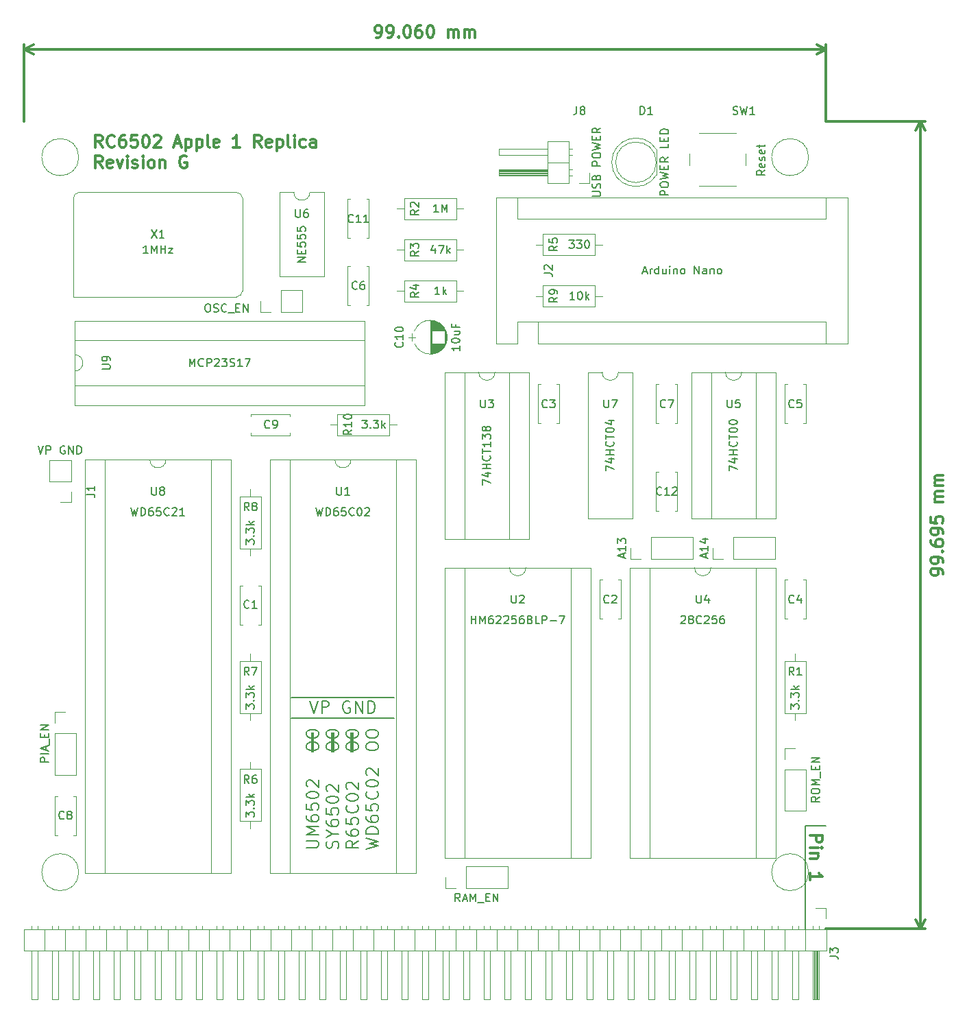
<source format=gto>
G04 #@! TF.GenerationSoftware,KiCad,Pcbnew,(5.0.2)-1*
G04 #@! TF.CreationDate,2019-08-30T14:41:27-04:00*
G04 #@! TF.ProjectId,RC6502 Apple 1 SBC,52433635-3032-4204-9170-706c65203120,rev?*
G04 #@! TF.SameCoordinates,Original*
G04 #@! TF.FileFunction,Legend,Top*
G04 #@! TF.FilePolarity,Positive*
%FSLAX46Y46*%
G04 Gerber Fmt 4.6, Leading zero omitted, Abs format (unit mm)*
G04 Created by KiCad (PCBNEW (5.0.2)-1) date 8/30/2019 2:41:27 PM*
%MOMM*%
%LPD*%
G01*
G04 APERTURE LIST*
%ADD10C,0.300000*%
%ADD11C,0.200000*%
%ADD12C,0.150000*%
%ADD13C,0.120000*%
G04 APERTURE END LIST*
D10*
X229727571Y-95288928D02*
X229727571Y-95003214D01*
X229656142Y-94860357D01*
X229584714Y-94788928D01*
X229370428Y-94646071D01*
X229084714Y-94574642D01*
X228513285Y-94574642D01*
X228370428Y-94646071D01*
X228299000Y-94717500D01*
X228227571Y-94860357D01*
X228227571Y-95146071D01*
X228299000Y-95288928D01*
X228370428Y-95360357D01*
X228513285Y-95431785D01*
X228870428Y-95431785D01*
X229013285Y-95360357D01*
X229084714Y-95288928D01*
X229156142Y-95146071D01*
X229156142Y-94860357D01*
X229084714Y-94717500D01*
X229013285Y-94646071D01*
X228870428Y-94574642D01*
X229727571Y-93860357D02*
X229727571Y-93574642D01*
X229656142Y-93431785D01*
X229584714Y-93360357D01*
X229370428Y-93217500D01*
X229084714Y-93146071D01*
X228513285Y-93146071D01*
X228370428Y-93217500D01*
X228299000Y-93288928D01*
X228227571Y-93431785D01*
X228227571Y-93717500D01*
X228299000Y-93860357D01*
X228370428Y-93931785D01*
X228513285Y-94003214D01*
X228870428Y-94003214D01*
X229013285Y-93931785D01*
X229084714Y-93860357D01*
X229156142Y-93717500D01*
X229156142Y-93431785D01*
X229084714Y-93288928D01*
X229013285Y-93217500D01*
X228870428Y-93146071D01*
X229584714Y-92503214D02*
X229656142Y-92431785D01*
X229727571Y-92503214D01*
X229656142Y-92574642D01*
X229584714Y-92503214D01*
X229727571Y-92503214D01*
X228227571Y-91146071D02*
X228227571Y-91431785D01*
X228299000Y-91574642D01*
X228370428Y-91646071D01*
X228584714Y-91788928D01*
X228870428Y-91860357D01*
X229441857Y-91860357D01*
X229584714Y-91788928D01*
X229656142Y-91717500D01*
X229727571Y-91574642D01*
X229727571Y-91288928D01*
X229656142Y-91146071D01*
X229584714Y-91074642D01*
X229441857Y-91003214D01*
X229084714Y-91003214D01*
X228941857Y-91074642D01*
X228870428Y-91146071D01*
X228799000Y-91288928D01*
X228799000Y-91574642D01*
X228870428Y-91717500D01*
X228941857Y-91788928D01*
X229084714Y-91860357D01*
X229727571Y-90288928D02*
X229727571Y-90003214D01*
X229656142Y-89860357D01*
X229584714Y-89788928D01*
X229370428Y-89646071D01*
X229084714Y-89574642D01*
X228513285Y-89574642D01*
X228370428Y-89646071D01*
X228299000Y-89717500D01*
X228227571Y-89860357D01*
X228227571Y-90146071D01*
X228299000Y-90288928D01*
X228370428Y-90360357D01*
X228513285Y-90431785D01*
X228870428Y-90431785D01*
X229013285Y-90360357D01*
X229084714Y-90288928D01*
X229156142Y-90146071D01*
X229156142Y-89860357D01*
X229084714Y-89717500D01*
X229013285Y-89646071D01*
X228870428Y-89574642D01*
X228227571Y-88217500D02*
X228227571Y-88931785D01*
X228941857Y-89003214D01*
X228870428Y-88931785D01*
X228799000Y-88788928D01*
X228799000Y-88431785D01*
X228870428Y-88288928D01*
X228941857Y-88217500D01*
X229084714Y-88146071D01*
X229441857Y-88146071D01*
X229584714Y-88217500D01*
X229656142Y-88288928D01*
X229727571Y-88431785D01*
X229727571Y-88788928D01*
X229656142Y-88931785D01*
X229584714Y-89003214D01*
X229727571Y-86360357D02*
X228727571Y-86360357D01*
X228870428Y-86360357D02*
X228799000Y-86288928D01*
X228727571Y-86146071D01*
X228727571Y-85931785D01*
X228799000Y-85788928D01*
X228941857Y-85717500D01*
X229727571Y-85717500D01*
X228941857Y-85717500D02*
X228799000Y-85646071D01*
X228727571Y-85503214D01*
X228727571Y-85288928D01*
X228799000Y-85146071D01*
X228941857Y-85074642D01*
X229727571Y-85074642D01*
X229727571Y-84360357D02*
X228727571Y-84360357D01*
X228870428Y-84360357D02*
X228799000Y-84288928D01*
X228727571Y-84146071D01*
X228727571Y-83931785D01*
X228799000Y-83788928D01*
X228941857Y-83717500D01*
X229727571Y-83717500D01*
X228941857Y-83717500D02*
X228799000Y-83646071D01*
X228727571Y-83503214D01*
X228727571Y-83288928D01*
X228799000Y-83146071D01*
X228941857Y-83074642D01*
X229727571Y-83074642D01*
X226949000Y-139065000D02*
X226949000Y-39370000D01*
X215265000Y-139065000D02*
X227535421Y-139065000D01*
X215265000Y-39370000D02*
X227535421Y-39370000D01*
X226949000Y-39370000D02*
X227535421Y-40496504D01*
X226949000Y-39370000D02*
X226362579Y-40496504D01*
X226949000Y-139065000D02*
X227535421Y-137938496D01*
X226949000Y-139065000D02*
X226362579Y-137938496D01*
X159663571Y-29058571D02*
X159949285Y-29058571D01*
X160092142Y-28987142D01*
X160163571Y-28915714D01*
X160306428Y-28701428D01*
X160377857Y-28415714D01*
X160377857Y-27844285D01*
X160306428Y-27701428D01*
X160235000Y-27630000D01*
X160092142Y-27558571D01*
X159806428Y-27558571D01*
X159663571Y-27630000D01*
X159592142Y-27701428D01*
X159520714Y-27844285D01*
X159520714Y-28201428D01*
X159592142Y-28344285D01*
X159663571Y-28415714D01*
X159806428Y-28487142D01*
X160092142Y-28487142D01*
X160235000Y-28415714D01*
X160306428Y-28344285D01*
X160377857Y-28201428D01*
X161092142Y-29058571D02*
X161377857Y-29058571D01*
X161520714Y-28987142D01*
X161592142Y-28915714D01*
X161735000Y-28701428D01*
X161806428Y-28415714D01*
X161806428Y-27844285D01*
X161735000Y-27701428D01*
X161663571Y-27630000D01*
X161520714Y-27558571D01*
X161235000Y-27558571D01*
X161092142Y-27630000D01*
X161020714Y-27701428D01*
X160949285Y-27844285D01*
X160949285Y-28201428D01*
X161020714Y-28344285D01*
X161092142Y-28415714D01*
X161235000Y-28487142D01*
X161520714Y-28487142D01*
X161663571Y-28415714D01*
X161735000Y-28344285D01*
X161806428Y-28201428D01*
X162449285Y-28915714D02*
X162520714Y-28987142D01*
X162449285Y-29058571D01*
X162377857Y-28987142D01*
X162449285Y-28915714D01*
X162449285Y-29058571D01*
X163449285Y-27558571D02*
X163592142Y-27558571D01*
X163735000Y-27630000D01*
X163806428Y-27701428D01*
X163877857Y-27844285D01*
X163949285Y-28130000D01*
X163949285Y-28487142D01*
X163877857Y-28772857D01*
X163806428Y-28915714D01*
X163735000Y-28987142D01*
X163592142Y-29058571D01*
X163449285Y-29058571D01*
X163306428Y-28987142D01*
X163235000Y-28915714D01*
X163163571Y-28772857D01*
X163092142Y-28487142D01*
X163092142Y-28130000D01*
X163163571Y-27844285D01*
X163235000Y-27701428D01*
X163306428Y-27630000D01*
X163449285Y-27558571D01*
X165235000Y-27558571D02*
X164949285Y-27558571D01*
X164806428Y-27630000D01*
X164735000Y-27701428D01*
X164592142Y-27915714D01*
X164520714Y-28201428D01*
X164520714Y-28772857D01*
X164592142Y-28915714D01*
X164663571Y-28987142D01*
X164806428Y-29058571D01*
X165092142Y-29058571D01*
X165235000Y-28987142D01*
X165306428Y-28915714D01*
X165377857Y-28772857D01*
X165377857Y-28415714D01*
X165306428Y-28272857D01*
X165235000Y-28201428D01*
X165092142Y-28130000D01*
X164806428Y-28130000D01*
X164663571Y-28201428D01*
X164592142Y-28272857D01*
X164520714Y-28415714D01*
X166306428Y-27558571D02*
X166449285Y-27558571D01*
X166592142Y-27630000D01*
X166663571Y-27701428D01*
X166735000Y-27844285D01*
X166806428Y-28130000D01*
X166806428Y-28487142D01*
X166735000Y-28772857D01*
X166663571Y-28915714D01*
X166592142Y-28987142D01*
X166449285Y-29058571D01*
X166306428Y-29058571D01*
X166163571Y-28987142D01*
X166092142Y-28915714D01*
X166020714Y-28772857D01*
X165949285Y-28487142D01*
X165949285Y-28130000D01*
X166020714Y-27844285D01*
X166092142Y-27701428D01*
X166163571Y-27630000D01*
X166306428Y-27558571D01*
X168592142Y-29058571D02*
X168592142Y-28058571D01*
X168592142Y-28201428D02*
X168663571Y-28130000D01*
X168806428Y-28058571D01*
X169020714Y-28058571D01*
X169163571Y-28130000D01*
X169235000Y-28272857D01*
X169235000Y-29058571D01*
X169235000Y-28272857D02*
X169306428Y-28130000D01*
X169449285Y-28058571D01*
X169663571Y-28058571D01*
X169806428Y-28130000D01*
X169877857Y-28272857D01*
X169877857Y-29058571D01*
X170592142Y-29058571D02*
X170592142Y-28058571D01*
X170592142Y-28201428D02*
X170663571Y-28130000D01*
X170806428Y-28058571D01*
X171020714Y-28058571D01*
X171163571Y-28130000D01*
X171235000Y-28272857D01*
X171235000Y-29058571D01*
X171235000Y-28272857D02*
X171306428Y-28130000D01*
X171449285Y-28058571D01*
X171663571Y-28058571D01*
X171806428Y-28130000D01*
X171877857Y-28272857D01*
X171877857Y-29058571D01*
X116205000Y-30480000D02*
X215265000Y-30480000D01*
X116205000Y-39370000D02*
X116205000Y-29893579D01*
X215265000Y-39370000D02*
X215265000Y-29893579D01*
X215265000Y-30480000D02*
X214138496Y-31066421D01*
X215265000Y-30480000D02*
X214138496Y-29893579D01*
X116205000Y-30480000D02*
X117331504Y-31066421D01*
X116205000Y-30480000D02*
X117331504Y-29893579D01*
D11*
X149225000Y-110490000D02*
X161925000Y-110490000D01*
X149225000Y-113030000D02*
X161925000Y-113030000D01*
X154432000Y-117221000D02*
X154432000Y-114808000D01*
X156845000Y-117221000D02*
X156845000Y-114808000D01*
X156591000Y-115316000D02*
X156718000Y-115316000D01*
X156591000Y-117221000D02*
X156591000Y-114808000D01*
X156718000Y-117221000D02*
X156718000Y-114808000D01*
X154178000Y-114808000D02*
X154178000Y-117221000D01*
X154305000Y-117221000D02*
X154305000Y-114808000D01*
X151765000Y-114808000D02*
X151765000Y-117221000D01*
X151892000Y-114808000D02*
X151892000Y-117221000D01*
X151467857Y-110938571D02*
X151967857Y-112438571D01*
X152467857Y-110938571D01*
X152967857Y-112438571D02*
X152967857Y-110938571D01*
X153539285Y-110938571D01*
X153682142Y-111010000D01*
X153753571Y-111081428D01*
X153825000Y-111224285D01*
X153825000Y-111438571D01*
X153753571Y-111581428D01*
X153682142Y-111652857D01*
X153539285Y-111724285D01*
X152967857Y-111724285D01*
X156396428Y-111010000D02*
X156253571Y-110938571D01*
X156039285Y-110938571D01*
X155825000Y-111010000D01*
X155682142Y-111152857D01*
X155610714Y-111295714D01*
X155539285Y-111581428D01*
X155539285Y-111795714D01*
X155610714Y-112081428D01*
X155682142Y-112224285D01*
X155825000Y-112367142D01*
X156039285Y-112438571D01*
X156182142Y-112438571D01*
X156396428Y-112367142D01*
X156467857Y-112295714D01*
X156467857Y-111795714D01*
X156182142Y-111795714D01*
X157110714Y-112438571D02*
X157110714Y-110938571D01*
X157967857Y-112438571D01*
X157967857Y-110938571D01*
X158682142Y-112438571D02*
X158682142Y-110938571D01*
X159039285Y-110938571D01*
X159253571Y-111010000D01*
X159396428Y-111152857D01*
X159467857Y-111295714D01*
X159539285Y-111581428D01*
X159539285Y-111795714D01*
X159467857Y-112081428D01*
X159396428Y-112224285D01*
X159253571Y-112367142D01*
X159039285Y-112438571D01*
X158682142Y-112438571D01*
X151078571Y-116702142D02*
X151078571Y-116416428D01*
X151150000Y-116273571D01*
X151292857Y-116130714D01*
X151578571Y-116059285D01*
X152078571Y-116059285D01*
X152364285Y-116130714D01*
X152507142Y-116273571D01*
X152578571Y-116416428D01*
X152578571Y-116702142D01*
X152507142Y-116845000D01*
X152364285Y-116987857D01*
X152078571Y-117059285D01*
X151578571Y-117059285D01*
X151292857Y-116987857D01*
X151150000Y-116845000D01*
X151078571Y-116702142D01*
X151078571Y-115130714D02*
X151078571Y-114845000D01*
X151150000Y-114702142D01*
X151292857Y-114559285D01*
X151578571Y-114487857D01*
X152078571Y-114487857D01*
X152364285Y-114559285D01*
X152507142Y-114702142D01*
X152578571Y-114845000D01*
X152578571Y-115130714D01*
X152507142Y-115273571D01*
X152364285Y-115416428D01*
X152078571Y-115487857D01*
X151578571Y-115487857D01*
X151292857Y-115416428D01*
X151150000Y-115273571D01*
X151078571Y-115130714D01*
X153528571Y-116702142D02*
X153528571Y-116416428D01*
X153600000Y-116273571D01*
X153742857Y-116130714D01*
X154028571Y-116059285D01*
X154528571Y-116059285D01*
X154814285Y-116130714D01*
X154957142Y-116273571D01*
X155028571Y-116416428D01*
X155028571Y-116702142D01*
X154957142Y-116845000D01*
X154814285Y-116987857D01*
X154528571Y-117059285D01*
X154028571Y-117059285D01*
X153742857Y-116987857D01*
X153600000Y-116845000D01*
X153528571Y-116702142D01*
X153528571Y-115130714D02*
X153528571Y-114845000D01*
X153600000Y-114702142D01*
X153742857Y-114559285D01*
X154028571Y-114487857D01*
X154528571Y-114487857D01*
X154814285Y-114559285D01*
X154957142Y-114702142D01*
X155028571Y-114845000D01*
X155028571Y-115130714D01*
X154957142Y-115273571D01*
X154814285Y-115416428D01*
X154528571Y-115487857D01*
X154028571Y-115487857D01*
X153742857Y-115416428D01*
X153600000Y-115273571D01*
X153528571Y-115130714D01*
X155978571Y-116702142D02*
X155978571Y-116416428D01*
X156050000Y-116273571D01*
X156192857Y-116130714D01*
X156478571Y-116059285D01*
X156978571Y-116059285D01*
X157264285Y-116130714D01*
X157407142Y-116273571D01*
X157478571Y-116416428D01*
X157478571Y-116702142D01*
X157407142Y-116845000D01*
X157264285Y-116987857D01*
X156978571Y-117059285D01*
X156478571Y-117059285D01*
X156192857Y-116987857D01*
X156050000Y-116845000D01*
X155978571Y-116702142D01*
X155978571Y-115130714D02*
X155978571Y-114845000D01*
X156050000Y-114702142D01*
X156192857Y-114559285D01*
X156478571Y-114487857D01*
X156978571Y-114487857D01*
X157264285Y-114559285D01*
X157407142Y-114702142D01*
X157478571Y-114845000D01*
X157478571Y-115130714D01*
X157407142Y-115273571D01*
X157264285Y-115416428D01*
X156978571Y-115487857D01*
X156478571Y-115487857D01*
X156192857Y-115416428D01*
X156050000Y-115273571D01*
X155978571Y-115130714D01*
X158428571Y-116702142D02*
X158428571Y-116416428D01*
X158500000Y-116273571D01*
X158642857Y-116130714D01*
X158928571Y-116059285D01*
X159428571Y-116059285D01*
X159714285Y-116130714D01*
X159857142Y-116273571D01*
X159928571Y-116416428D01*
X159928571Y-116702142D01*
X159857142Y-116845000D01*
X159714285Y-116987857D01*
X159428571Y-117059285D01*
X158928571Y-117059285D01*
X158642857Y-116987857D01*
X158500000Y-116845000D01*
X158428571Y-116702142D01*
X158428571Y-115130714D02*
X158428571Y-114845000D01*
X158500000Y-114702142D01*
X158642857Y-114559285D01*
X158928571Y-114487857D01*
X159428571Y-114487857D01*
X159714285Y-114559285D01*
X159857142Y-114702142D01*
X159928571Y-114845000D01*
X159928571Y-115130714D01*
X159857142Y-115273571D01*
X159714285Y-115416428D01*
X159428571Y-115487857D01*
X158928571Y-115487857D01*
X158642857Y-115416428D01*
X158500000Y-115273571D01*
X158428571Y-115130714D01*
X151078571Y-129052857D02*
X152292857Y-129052857D01*
X152435714Y-128981428D01*
X152507142Y-128910000D01*
X152578571Y-128767142D01*
X152578571Y-128481428D01*
X152507142Y-128338571D01*
X152435714Y-128267142D01*
X152292857Y-128195714D01*
X151078571Y-128195714D01*
X152578571Y-127481428D02*
X151078571Y-127481428D01*
X152150000Y-126981428D01*
X151078571Y-126481428D01*
X152578571Y-126481428D01*
X151078571Y-125124285D02*
X151078571Y-125410000D01*
X151150000Y-125552857D01*
X151221428Y-125624285D01*
X151435714Y-125767142D01*
X151721428Y-125838571D01*
X152292857Y-125838571D01*
X152435714Y-125767142D01*
X152507142Y-125695714D01*
X152578571Y-125552857D01*
X152578571Y-125267142D01*
X152507142Y-125124285D01*
X152435714Y-125052857D01*
X152292857Y-124981428D01*
X151935714Y-124981428D01*
X151792857Y-125052857D01*
X151721428Y-125124285D01*
X151650000Y-125267142D01*
X151650000Y-125552857D01*
X151721428Y-125695714D01*
X151792857Y-125767142D01*
X151935714Y-125838571D01*
X151078571Y-123624285D02*
X151078571Y-124338571D01*
X151792857Y-124410000D01*
X151721428Y-124338571D01*
X151650000Y-124195714D01*
X151650000Y-123838571D01*
X151721428Y-123695714D01*
X151792857Y-123624285D01*
X151935714Y-123552857D01*
X152292857Y-123552857D01*
X152435714Y-123624285D01*
X152507142Y-123695714D01*
X152578571Y-123838571D01*
X152578571Y-124195714D01*
X152507142Y-124338571D01*
X152435714Y-124410000D01*
X151078571Y-122624285D02*
X151078571Y-122481428D01*
X151150000Y-122338571D01*
X151221428Y-122267142D01*
X151364285Y-122195714D01*
X151650000Y-122124285D01*
X152007142Y-122124285D01*
X152292857Y-122195714D01*
X152435714Y-122267142D01*
X152507142Y-122338571D01*
X152578571Y-122481428D01*
X152578571Y-122624285D01*
X152507142Y-122767142D01*
X152435714Y-122838571D01*
X152292857Y-122910000D01*
X152007142Y-122981428D01*
X151650000Y-122981428D01*
X151364285Y-122910000D01*
X151221428Y-122838571D01*
X151150000Y-122767142D01*
X151078571Y-122624285D01*
X151221428Y-121552857D02*
X151150000Y-121481428D01*
X151078571Y-121338571D01*
X151078571Y-120981428D01*
X151150000Y-120838571D01*
X151221428Y-120767142D01*
X151364285Y-120695714D01*
X151507142Y-120695714D01*
X151721428Y-120767142D01*
X152578571Y-121624285D01*
X152578571Y-120695714D01*
X154957142Y-129124285D02*
X155028571Y-128910000D01*
X155028571Y-128552857D01*
X154957142Y-128410000D01*
X154885714Y-128338571D01*
X154742857Y-128267142D01*
X154600000Y-128267142D01*
X154457142Y-128338571D01*
X154385714Y-128410000D01*
X154314285Y-128552857D01*
X154242857Y-128838571D01*
X154171428Y-128981428D01*
X154100000Y-129052857D01*
X153957142Y-129124285D01*
X153814285Y-129124285D01*
X153671428Y-129052857D01*
X153600000Y-128981428D01*
X153528571Y-128838571D01*
X153528571Y-128481428D01*
X153600000Y-128267142D01*
X154314285Y-127338571D02*
X155028571Y-127338571D01*
X153528571Y-127838571D02*
X154314285Y-127338571D01*
X153528571Y-126838571D01*
X153528571Y-125695714D02*
X153528571Y-125981428D01*
X153600000Y-126124285D01*
X153671428Y-126195714D01*
X153885714Y-126338571D01*
X154171428Y-126410000D01*
X154742857Y-126410000D01*
X154885714Y-126338571D01*
X154957142Y-126267142D01*
X155028571Y-126124285D01*
X155028571Y-125838571D01*
X154957142Y-125695714D01*
X154885714Y-125624285D01*
X154742857Y-125552857D01*
X154385714Y-125552857D01*
X154242857Y-125624285D01*
X154171428Y-125695714D01*
X154100000Y-125838571D01*
X154100000Y-126124285D01*
X154171428Y-126267142D01*
X154242857Y-126338571D01*
X154385714Y-126410000D01*
X153528571Y-124195714D02*
X153528571Y-124910000D01*
X154242857Y-124981428D01*
X154171428Y-124910000D01*
X154100000Y-124767142D01*
X154100000Y-124410000D01*
X154171428Y-124267142D01*
X154242857Y-124195714D01*
X154385714Y-124124285D01*
X154742857Y-124124285D01*
X154885714Y-124195714D01*
X154957142Y-124267142D01*
X155028571Y-124410000D01*
X155028571Y-124767142D01*
X154957142Y-124910000D01*
X154885714Y-124981428D01*
X153528571Y-123195714D02*
X153528571Y-123052857D01*
X153600000Y-122910000D01*
X153671428Y-122838571D01*
X153814285Y-122767142D01*
X154100000Y-122695714D01*
X154457142Y-122695714D01*
X154742857Y-122767142D01*
X154885714Y-122838571D01*
X154957142Y-122910000D01*
X155028571Y-123052857D01*
X155028571Y-123195714D01*
X154957142Y-123338571D01*
X154885714Y-123410000D01*
X154742857Y-123481428D01*
X154457142Y-123552857D01*
X154100000Y-123552857D01*
X153814285Y-123481428D01*
X153671428Y-123410000D01*
X153600000Y-123338571D01*
X153528571Y-123195714D01*
X153671428Y-122124285D02*
X153600000Y-122052857D01*
X153528571Y-121910000D01*
X153528571Y-121552857D01*
X153600000Y-121410000D01*
X153671428Y-121338571D01*
X153814285Y-121267142D01*
X153957142Y-121267142D01*
X154171428Y-121338571D01*
X155028571Y-122195714D01*
X155028571Y-121267142D01*
X157478571Y-128195714D02*
X156764285Y-128695714D01*
X157478571Y-129052857D02*
X155978571Y-129052857D01*
X155978571Y-128481428D01*
X156050000Y-128338571D01*
X156121428Y-128267142D01*
X156264285Y-128195714D01*
X156478571Y-128195714D01*
X156621428Y-128267142D01*
X156692857Y-128338571D01*
X156764285Y-128481428D01*
X156764285Y-129052857D01*
X155978571Y-126910000D02*
X155978571Y-127195714D01*
X156050000Y-127338571D01*
X156121428Y-127410000D01*
X156335714Y-127552857D01*
X156621428Y-127624285D01*
X157192857Y-127624285D01*
X157335714Y-127552857D01*
X157407142Y-127481428D01*
X157478571Y-127338571D01*
X157478571Y-127052857D01*
X157407142Y-126910000D01*
X157335714Y-126838571D01*
X157192857Y-126767142D01*
X156835714Y-126767142D01*
X156692857Y-126838571D01*
X156621428Y-126910000D01*
X156550000Y-127052857D01*
X156550000Y-127338571D01*
X156621428Y-127481428D01*
X156692857Y-127552857D01*
X156835714Y-127624285D01*
X155978571Y-125410000D02*
X155978571Y-126124285D01*
X156692857Y-126195714D01*
X156621428Y-126124285D01*
X156550000Y-125981428D01*
X156550000Y-125624285D01*
X156621428Y-125481428D01*
X156692857Y-125410000D01*
X156835714Y-125338571D01*
X157192857Y-125338571D01*
X157335714Y-125410000D01*
X157407142Y-125481428D01*
X157478571Y-125624285D01*
X157478571Y-125981428D01*
X157407142Y-126124285D01*
X157335714Y-126195714D01*
X157335714Y-123838571D02*
X157407142Y-123910000D01*
X157478571Y-124124285D01*
X157478571Y-124267142D01*
X157407142Y-124481428D01*
X157264285Y-124624285D01*
X157121428Y-124695714D01*
X156835714Y-124767142D01*
X156621428Y-124767142D01*
X156335714Y-124695714D01*
X156192857Y-124624285D01*
X156050000Y-124481428D01*
X155978571Y-124267142D01*
X155978571Y-124124285D01*
X156050000Y-123910000D01*
X156121428Y-123838571D01*
X155978571Y-122910000D02*
X155978571Y-122767142D01*
X156050000Y-122624285D01*
X156121428Y-122552857D01*
X156264285Y-122481428D01*
X156550000Y-122410000D01*
X156907142Y-122410000D01*
X157192857Y-122481428D01*
X157335714Y-122552857D01*
X157407142Y-122624285D01*
X157478571Y-122767142D01*
X157478571Y-122910000D01*
X157407142Y-123052857D01*
X157335714Y-123124285D01*
X157192857Y-123195714D01*
X156907142Y-123267142D01*
X156550000Y-123267142D01*
X156264285Y-123195714D01*
X156121428Y-123124285D01*
X156050000Y-123052857D01*
X155978571Y-122910000D01*
X156121428Y-121838571D02*
X156050000Y-121767142D01*
X155978571Y-121624285D01*
X155978571Y-121267142D01*
X156050000Y-121124285D01*
X156121428Y-121052857D01*
X156264285Y-120981428D01*
X156407142Y-120981428D01*
X156621428Y-121052857D01*
X157478571Y-121910000D01*
X157478571Y-120981428D01*
X158428571Y-129195714D02*
X159928571Y-128838571D01*
X158857142Y-128552857D01*
X159928571Y-128267142D01*
X158428571Y-127910000D01*
X159928571Y-127338571D02*
X158428571Y-127338571D01*
X158428571Y-126981428D01*
X158500000Y-126767142D01*
X158642857Y-126624285D01*
X158785714Y-126552857D01*
X159071428Y-126481428D01*
X159285714Y-126481428D01*
X159571428Y-126552857D01*
X159714285Y-126624285D01*
X159857142Y-126767142D01*
X159928571Y-126981428D01*
X159928571Y-127338571D01*
X158428571Y-125195714D02*
X158428571Y-125481428D01*
X158500000Y-125624285D01*
X158571428Y-125695714D01*
X158785714Y-125838571D01*
X159071428Y-125910000D01*
X159642857Y-125910000D01*
X159785714Y-125838571D01*
X159857142Y-125767142D01*
X159928571Y-125624285D01*
X159928571Y-125338571D01*
X159857142Y-125195714D01*
X159785714Y-125124285D01*
X159642857Y-125052857D01*
X159285714Y-125052857D01*
X159142857Y-125124285D01*
X159071428Y-125195714D01*
X159000000Y-125338571D01*
X159000000Y-125624285D01*
X159071428Y-125767142D01*
X159142857Y-125838571D01*
X159285714Y-125910000D01*
X158428571Y-123695714D02*
X158428571Y-124410000D01*
X159142857Y-124481428D01*
X159071428Y-124410000D01*
X159000000Y-124267142D01*
X159000000Y-123910000D01*
X159071428Y-123767142D01*
X159142857Y-123695714D01*
X159285714Y-123624285D01*
X159642857Y-123624285D01*
X159785714Y-123695714D01*
X159857142Y-123767142D01*
X159928571Y-123910000D01*
X159928571Y-124267142D01*
X159857142Y-124410000D01*
X159785714Y-124481428D01*
X159785714Y-122124285D02*
X159857142Y-122195714D01*
X159928571Y-122410000D01*
X159928571Y-122552857D01*
X159857142Y-122767142D01*
X159714285Y-122910000D01*
X159571428Y-122981428D01*
X159285714Y-123052857D01*
X159071428Y-123052857D01*
X158785714Y-122981428D01*
X158642857Y-122910000D01*
X158500000Y-122767142D01*
X158428571Y-122552857D01*
X158428571Y-122410000D01*
X158500000Y-122195714D01*
X158571428Y-122124285D01*
X158428571Y-121195714D02*
X158428571Y-121052857D01*
X158500000Y-120910000D01*
X158571428Y-120838571D01*
X158714285Y-120767142D01*
X159000000Y-120695714D01*
X159357142Y-120695714D01*
X159642857Y-120767142D01*
X159785714Y-120838571D01*
X159857142Y-120910000D01*
X159928571Y-121052857D01*
X159928571Y-121195714D01*
X159857142Y-121338571D01*
X159785714Y-121410000D01*
X159642857Y-121481428D01*
X159357142Y-121552857D01*
X159000000Y-121552857D01*
X158714285Y-121481428D01*
X158571428Y-121410000D01*
X158500000Y-121338571D01*
X158428571Y-121195714D01*
X158571428Y-120124285D02*
X158500000Y-120052857D01*
X158428571Y-119910000D01*
X158428571Y-119552857D01*
X158500000Y-119410000D01*
X158571428Y-119338571D01*
X158714285Y-119267142D01*
X158857142Y-119267142D01*
X159071428Y-119338571D01*
X159928571Y-120195714D01*
X159928571Y-119267142D01*
D10*
X213316428Y-127552142D02*
X214816428Y-127552142D01*
X214816428Y-128123571D01*
X214745000Y-128266428D01*
X214673571Y-128337857D01*
X214530714Y-128409285D01*
X214316428Y-128409285D01*
X214173571Y-128337857D01*
X214102142Y-128266428D01*
X214030714Y-128123571D01*
X214030714Y-127552142D01*
X213316428Y-129052142D02*
X214316428Y-129052142D01*
X214816428Y-129052142D02*
X214745000Y-128980714D01*
X214673571Y-129052142D01*
X214745000Y-129123571D01*
X214816428Y-129052142D01*
X214673571Y-129052142D01*
X214316428Y-129766428D02*
X213316428Y-129766428D01*
X214173571Y-129766428D02*
X214245000Y-129837857D01*
X214316428Y-129980714D01*
X214316428Y-130195000D01*
X214245000Y-130337857D01*
X214102142Y-130409285D01*
X213316428Y-130409285D01*
X213316428Y-133052142D02*
X213316428Y-132195000D01*
X213316428Y-132623571D02*
X214816428Y-132623571D01*
X214602142Y-132480714D01*
X214459285Y-132337857D01*
X214387857Y-132195000D01*
D11*
X212725000Y-126365000D02*
X215265000Y-126365000D01*
X212725000Y-139065000D02*
X212725000Y-126365000D01*
D12*
X186396380Y-48640476D02*
X187205904Y-48640476D01*
X187301142Y-48592857D01*
X187348761Y-48545238D01*
X187396380Y-48450000D01*
X187396380Y-48259523D01*
X187348761Y-48164285D01*
X187301142Y-48116666D01*
X187205904Y-48069047D01*
X186396380Y-48069047D01*
X187348761Y-47640476D02*
X187396380Y-47497619D01*
X187396380Y-47259523D01*
X187348761Y-47164285D01*
X187301142Y-47116666D01*
X187205904Y-47069047D01*
X187110666Y-47069047D01*
X187015428Y-47116666D01*
X186967809Y-47164285D01*
X186920190Y-47259523D01*
X186872571Y-47450000D01*
X186824952Y-47545238D01*
X186777333Y-47592857D01*
X186682095Y-47640476D01*
X186586857Y-47640476D01*
X186491619Y-47592857D01*
X186444000Y-47545238D01*
X186396380Y-47450000D01*
X186396380Y-47211904D01*
X186444000Y-47069047D01*
X186872571Y-46307142D02*
X186920190Y-46164285D01*
X186967809Y-46116666D01*
X187063047Y-46069047D01*
X187205904Y-46069047D01*
X187301142Y-46116666D01*
X187348761Y-46164285D01*
X187396380Y-46259523D01*
X187396380Y-46640476D01*
X186396380Y-46640476D01*
X186396380Y-46307142D01*
X186444000Y-46211904D01*
X186491619Y-46164285D01*
X186586857Y-46116666D01*
X186682095Y-46116666D01*
X186777333Y-46164285D01*
X186824952Y-46211904D01*
X186872571Y-46307142D01*
X186872571Y-46640476D01*
X187396380Y-44878571D02*
X186396380Y-44878571D01*
X186396380Y-44497619D01*
X186444000Y-44402380D01*
X186491619Y-44354761D01*
X186586857Y-44307142D01*
X186729714Y-44307142D01*
X186824952Y-44354761D01*
X186872571Y-44402380D01*
X186920190Y-44497619D01*
X186920190Y-44878571D01*
X186396380Y-43688095D02*
X186396380Y-43497619D01*
X186444000Y-43402380D01*
X186539238Y-43307142D01*
X186729714Y-43259523D01*
X187063047Y-43259523D01*
X187253523Y-43307142D01*
X187348761Y-43402380D01*
X187396380Y-43497619D01*
X187396380Y-43688095D01*
X187348761Y-43783333D01*
X187253523Y-43878571D01*
X187063047Y-43926190D01*
X186729714Y-43926190D01*
X186539238Y-43878571D01*
X186444000Y-43783333D01*
X186396380Y-43688095D01*
X186396380Y-42926190D02*
X187396380Y-42688095D01*
X186682095Y-42497619D01*
X187396380Y-42307142D01*
X186396380Y-42069047D01*
X186872571Y-41688095D02*
X186872571Y-41354761D01*
X187396380Y-41211904D02*
X187396380Y-41688095D01*
X186396380Y-41688095D01*
X186396380Y-41211904D01*
X187396380Y-40211904D02*
X186920190Y-40545238D01*
X187396380Y-40783333D02*
X186396380Y-40783333D01*
X186396380Y-40402380D01*
X186444000Y-40307142D01*
X186491619Y-40259523D01*
X186586857Y-40211904D01*
X186729714Y-40211904D01*
X186824952Y-40259523D01*
X186872571Y-40307142D01*
X186920190Y-40402380D01*
X186920190Y-40783333D01*
X195778380Y-48497619D02*
X194778380Y-48497619D01*
X194778380Y-48116666D01*
X194826000Y-48021428D01*
X194873619Y-47973809D01*
X194968857Y-47926190D01*
X195111714Y-47926190D01*
X195206952Y-47973809D01*
X195254571Y-48021428D01*
X195302190Y-48116666D01*
X195302190Y-48497619D01*
X194778380Y-47307142D02*
X194778380Y-47116666D01*
X194826000Y-47021428D01*
X194921238Y-46926190D01*
X195111714Y-46878571D01*
X195445047Y-46878571D01*
X195635523Y-46926190D01*
X195730761Y-47021428D01*
X195778380Y-47116666D01*
X195778380Y-47307142D01*
X195730761Y-47402380D01*
X195635523Y-47497619D01*
X195445047Y-47545238D01*
X195111714Y-47545238D01*
X194921238Y-47497619D01*
X194826000Y-47402380D01*
X194778380Y-47307142D01*
X194778380Y-46545238D02*
X195778380Y-46307142D01*
X195064095Y-46116666D01*
X195778380Y-45926190D01*
X194778380Y-45688095D01*
X195254571Y-45307142D02*
X195254571Y-44973809D01*
X195778380Y-44830952D02*
X195778380Y-45307142D01*
X194778380Y-45307142D01*
X194778380Y-44830952D01*
X195778380Y-43830952D02*
X195302190Y-44164285D01*
X195778380Y-44402380D02*
X194778380Y-44402380D01*
X194778380Y-44021428D01*
X194826000Y-43926190D01*
X194873619Y-43878571D01*
X194968857Y-43830952D01*
X195111714Y-43830952D01*
X195206952Y-43878571D01*
X195254571Y-43926190D01*
X195302190Y-44021428D01*
X195302190Y-44402380D01*
X195778380Y-42164285D02*
X195778380Y-42640476D01*
X194778380Y-42640476D01*
X195254571Y-41830952D02*
X195254571Y-41497619D01*
X195778380Y-41354761D02*
X195778380Y-41830952D01*
X194778380Y-41830952D01*
X194778380Y-41354761D01*
X195778380Y-40926190D02*
X194778380Y-40926190D01*
X194778380Y-40688095D01*
X194826000Y-40545238D01*
X194921238Y-40450000D01*
X195016476Y-40402380D01*
X195206952Y-40354761D01*
X195349809Y-40354761D01*
X195540285Y-40402380D01*
X195635523Y-40450000D01*
X195730761Y-40545238D01*
X195778380Y-40688095D01*
X195778380Y-40926190D01*
X207716380Y-45434095D02*
X207240190Y-45767428D01*
X207716380Y-46005523D02*
X206716380Y-46005523D01*
X206716380Y-45624571D01*
X206764000Y-45529333D01*
X206811619Y-45481714D01*
X206906857Y-45434095D01*
X207049714Y-45434095D01*
X207144952Y-45481714D01*
X207192571Y-45529333D01*
X207240190Y-45624571D01*
X207240190Y-46005523D01*
X207668761Y-44624571D02*
X207716380Y-44719809D01*
X207716380Y-44910285D01*
X207668761Y-45005523D01*
X207573523Y-45053142D01*
X207192571Y-45053142D01*
X207097333Y-45005523D01*
X207049714Y-44910285D01*
X207049714Y-44719809D01*
X207097333Y-44624571D01*
X207192571Y-44576952D01*
X207287809Y-44576952D01*
X207383047Y-45053142D01*
X207668761Y-44196000D02*
X207716380Y-44100761D01*
X207716380Y-43910285D01*
X207668761Y-43815047D01*
X207573523Y-43767428D01*
X207525904Y-43767428D01*
X207430666Y-43815047D01*
X207383047Y-43910285D01*
X207383047Y-44053142D01*
X207335428Y-44148380D01*
X207240190Y-44196000D01*
X207192571Y-44196000D01*
X207097333Y-44148380D01*
X207049714Y-44053142D01*
X207049714Y-43910285D01*
X207097333Y-43815047D01*
X207668761Y-42957904D02*
X207716380Y-43053142D01*
X207716380Y-43243619D01*
X207668761Y-43338857D01*
X207573523Y-43386476D01*
X207192571Y-43386476D01*
X207097333Y-43338857D01*
X207049714Y-43243619D01*
X207049714Y-43053142D01*
X207097333Y-42957904D01*
X207192571Y-42910285D01*
X207287809Y-42910285D01*
X207383047Y-43386476D01*
X207049714Y-42624571D02*
X207049714Y-42243619D01*
X206716380Y-42481714D02*
X207573523Y-42481714D01*
X207668761Y-42434095D01*
X207716380Y-42338857D01*
X207716380Y-42243619D01*
D10*
X125869285Y-42583571D02*
X125369285Y-41869285D01*
X125012142Y-42583571D02*
X125012142Y-41083571D01*
X125583571Y-41083571D01*
X125726428Y-41155000D01*
X125797857Y-41226428D01*
X125869285Y-41369285D01*
X125869285Y-41583571D01*
X125797857Y-41726428D01*
X125726428Y-41797857D01*
X125583571Y-41869285D01*
X125012142Y-41869285D01*
X127369285Y-42440714D02*
X127297857Y-42512142D01*
X127083571Y-42583571D01*
X126940714Y-42583571D01*
X126726428Y-42512142D01*
X126583571Y-42369285D01*
X126512142Y-42226428D01*
X126440714Y-41940714D01*
X126440714Y-41726428D01*
X126512142Y-41440714D01*
X126583571Y-41297857D01*
X126726428Y-41155000D01*
X126940714Y-41083571D01*
X127083571Y-41083571D01*
X127297857Y-41155000D01*
X127369285Y-41226428D01*
X128655000Y-41083571D02*
X128369285Y-41083571D01*
X128226428Y-41155000D01*
X128155000Y-41226428D01*
X128012142Y-41440714D01*
X127940714Y-41726428D01*
X127940714Y-42297857D01*
X128012142Y-42440714D01*
X128083571Y-42512142D01*
X128226428Y-42583571D01*
X128512142Y-42583571D01*
X128655000Y-42512142D01*
X128726428Y-42440714D01*
X128797857Y-42297857D01*
X128797857Y-41940714D01*
X128726428Y-41797857D01*
X128655000Y-41726428D01*
X128512142Y-41655000D01*
X128226428Y-41655000D01*
X128083571Y-41726428D01*
X128012142Y-41797857D01*
X127940714Y-41940714D01*
X130155000Y-41083571D02*
X129440714Y-41083571D01*
X129369285Y-41797857D01*
X129440714Y-41726428D01*
X129583571Y-41655000D01*
X129940714Y-41655000D01*
X130083571Y-41726428D01*
X130155000Y-41797857D01*
X130226428Y-41940714D01*
X130226428Y-42297857D01*
X130155000Y-42440714D01*
X130083571Y-42512142D01*
X129940714Y-42583571D01*
X129583571Y-42583571D01*
X129440714Y-42512142D01*
X129369285Y-42440714D01*
X131155000Y-41083571D02*
X131297857Y-41083571D01*
X131440714Y-41155000D01*
X131512142Y-41226428D01*
X131583571Y-41369285D01*
X131655000Y-41655000D01*
X131655000Y-42012142D01*
X131583571Y-42297857D01*
X131512142Y-42440714D01*
X131440714Y-42512142D01*
X131297857Y-42583571D01*
X131155000Y-42583571D01*
X131012142Y-42512142D01*
X130940714Y-42440714D01*
X130869285Y-42297857D01*
X130797857Y-42012142D01*
X130797857Y-41655000D01*
X130869285Y-41369285D01*
X130940714Y-41226428D01*
X131012142Y-41155000D01*
X131155000Y-41083571D01*
X132226428Y-41226428D02*
X132297857Y-41155000D01*
X132440714Y-41083571D01*
X132797857Y-41083571D01*
X132940714Y-41155000D01*
X133012142Y-41226428D01*
X133083571Y-41369285D01*
X133083571Y-41512142D01*
X133012142Y-41726428D01*
X132155000Y-42583571D01*
X133083571Y-42583571D01*
X134797857Y-42155000D02*
X135512142Y-42155000D01*
X134655000Y-42583571D02*
X135155000Y-41083571D01*
X135655000Y-42583571D01*
X136155000Y-41583571D02*
X136155000Y-43083571D01*
X136155000Y-41655000D02*
X136297857Y-41583571D01*
X136583571Y-41583571D01*
X136726428Y-41655000D01*
X136797857Y-41726428D01*
X136869285Y-41869285D01*
X136869285Y-42297857D01*
X136797857Y-42440714D01*
X136726428Y-42512142D01*
X136583571Y-42583571D01*
X136297857Y-42583571D01*
X136155000Y-42512142D01*
X137512142Y-41583571D02*
X137512142Y-43083571D01*
X137512142Y-41655000D02*
X137655000Y-41583571D01*
X137940714Y-41583571D01*
X138083571Y-41655000D01*
X138155000Y-41726428D01*
X138226428Y-41869285D01*
X138226428Y-42297857D01*
X138155000Y-42440714D01*
X138083571Y-42512142D01*
X137940714Y-42583571D01*
X137655000Y-42583571D01*
X137512142Y-42512142D01*
X139083571Y-42583571D02*
X138940714Y-42512142D01*
X138869285Y-42369285D01*
X138869285Y-41083571D01*
X140226428Y-42512142D02*
X140083571Y-42583571D01*
X139797857Y-42583571D01*
X139655000Y-42512142D01*
X139583571Y-42369285D01*
X139583571Y-41797857D01*
X139655000Y-41655000D01*
X139797857Y-41583571D01*
X140083571Y-41583571D01*
X140226428Y-41655000D01*
X140297857Y-41797857D01*
X140297857Y-41940714D01*
X139583571Y-42083571D01*
X142869285Y-42583571D02*
X142012142Y-42583571D01*
X142440714Y-42583571D02*
X142440714Y-41083571D01*
X142297857Y-41297857D01*
X142155000Y-41440714D01*
X142012142Y-41512142D01*
X145512142Y-42583571D02*
X145012142Y-41869285D01*
X144655000Y-42583571D02*
X144655000Y-41083571D01*
X145226428Y-41083571D01*
X145369285Y-41155000D01*
X145440714Y-41226428D01*
X145512142Y-41369285D01*
X145512142Y-41583571D01*
X145440714Y-41726428D01*
X145369285Y-41797857D01*
X145226428Y-41869285D01*
X144655000Y-41869285D01*
X146726428Y-42512142D02*
X146583571Y-42583571D01*
X146297857Y-42583571D01*
X146155000Y-42512142D01*
X146083571Y-42369285D01*
X146083571Y-41797857D01*
X146155000Y-41655000D01*
X146297857Y-41583571D01*
X146583571Y-41583571D01*
X146726428Y-41655000D01*
X146797857Y-41797857D01*
X146797857Y-41940714D01*
X146083571Y-42083571D01*
X147440714Y-41583571D02*
X147440714Y-43083571D01*
X147440714Y-41655000D02*
X147583571Y-41583571D01*
X147869285Y-41583571D01*
X148012142Y-41655000D01*
X148083571Y-41726428D01*
X148155000Y-41869285D01*
X148155000Y-42297857D01*
X148083571Y-42440714D01*
X148012142Y-42512142D01*
X147869285Y-42583571D01*
X147583571Y-42583571D01*
X147440714Y-42512142D01*
X149012142Y-42583571D02*
X148869285Y-42512142D01*
X148797857Y-42369285D01*
X148797857Y-41083571D01*
X149583571Y-42583571D02*
X149583571Y-41583571D01*
X149583571Y-41083571D02*
X149512142Y-41155000D01*
X149583571Y-41226428D01*
X149655000Y-41155000D01*
X149583571Y-41083571D01*
X149583571Y-41226428D01*
X150940714Y-42512142D02*
X150797857Y-42583571D01*
X150512142Y-42583571D01*
X150369285Y-42512142D01*
X150297857Y-42440714D01*
X150226428Y-42297857D01*
X150226428Y-41869285D01*
X150297857Y-41726428D01*
X150369285Y-41655000D01*
X150512142Y-41583571D01*
X150797857Y-41583571D01*
X150940714Y-41655000D01*
X152226428Y-42583571D02*
X152226428Y-41797857D01*
X152155000Y-41655000D01*
X152012142Y-41583571D01*
X151726428Y-41583571D01*
X151583571Y-41655000D01*
X152226428Y-42512142D02*
X152083571Y-42583571D01*
X151726428Y-42583571D01*
X151583571Y-42512142D01*
X151512142Y-42369285D01*
X151512142Y-42226428D01*
X151583571Y-42083571D01*
X151726428Y-42012142D01*
X152083571Y-42012142D01*
X152226428Y-41940714D01*
X125869285Y-45133571D02*
X125369285Y-44419285D01*
X125012142Y-45133571D02*
X125012142Y-43633571D01*
X125583571Y-43633571D01*
X125726428Y-43705000D01*
X125797857Y-43776428D01*
X125869285Y-43919285D01*
X125869285Y-44133571D01*
X125797857Y-44276428D01*
X125726428Y-44347857D01*
X125583571Y-44419285D01*
X125012142Y-44419285D01*
X127083571Y-45062142D02*
X126940714Y-45133571D01*
X126655000Y-45133571D01*
X126512142Y-45062142D01*
X126440714Y-44919285D01*
X126440714Y-44347857D01*
X126512142Y-44205000D01*
X126655000Y-44133571D01*
X126940714Y-44133571D01*
X127083571Y-44205000D01*
X127155000Y-44347857D01*
X127155000Y-44490714D01*
X126440714Y-44633571D01*
X127655000Y-44133571D02*
X128012142Y-45133571D01*
X128369285Y-44133571D01*
X128940714Y-45133571D02*
X128940714Y-44133571D01*
X128940714Y-43633571D02*
X128869285Y-43705000D01*
X128940714Y-43776428D01*
X129012142Y-43705000D01*
X128940714Y-43633571D01*
X128940714Y-43776428D01*
X129583571Y-45062142D02*
X129726428Y-45133571D01*
X130012142Y-45133571D01*
X130155000Y-45062142D01*
X130226428Y-44919285D01*
X130226428Y-44847857D01*
X130155000Y-44705000D01*
X130012142Y-44633571D01*
X129797857Y-44633571D01*
X129655000Y-44562142D01*
X129583571Y-44419285D01*
X129583571Y-44347857D01*
X129655000Y-44205000D01*
X129797857Y-44133571D01*
X130012142Y-44133571D01*
X130155000Y-44205000D01*
X130869285Y-45133571D02*
X130869285Y-44133571D01*
X130869285Y-43633571D02*
X130797857Y-43705000D01*
X130869285Y-43776428D01*
X130940714Y-43705000D01*
X130869285Y-43633571D01*
X130869285Y-43776428D01*
X131797857Y-45133571D02*
X131655000Y-45062142D01*
X131583571Y-44990714D01*
X131512142Y-44847857D01*
X131512142Y-44419285D01*
X131583571Y-44276428D01*
X131655000Y-44205000D01*
X131797857Y-44133571D01*
X132012142Y-44133571D01*
X132155000Y-44205000D01*
X132226428Y-44276428D01*
X132297857Y-44419285D01*
X132297857Y-44847857D01*
X132226428Y-44990714D01*
X132155000Y-45062142D01*
X132012142Y-45133571D01*
X131797857Y-45133571D01*
X132940714Y-44133571D02*
X132940714Y-45133571D01*
X132940714Y-44276428D02*
X133012142Y-44205000D01*
X133155000Y-44133571D01*
X133369285Y-44133571D01*
X133512142Y-44205000D01*
X133583571Y-44347857D01*
X133583571Y-45133571D01*
X136226428Y-43705000D02*
X136083571Y-43633571D01*
X135869285Y-43633571D01*
X135655000Y-43705000D01*
X135512142Y-43847857D01*
X135440714Y-43990714D01*
X135369285Y-44276428D01*
X135369285Y-44490714D01*
X135440714Y-44776428D01*
X135512142Y-44919285D01*
X135655000Y-45062142D01*
X135869285Y-45133571D01*
X136012142Y-45133571D01*
X136226428Y-45062142D01*
X136297857Y-44990714D01*
X136297857Y-44490714D01*
X136012142Y-44490714D01*
D13*
G04 #@! TO.C,U1*
X154575000Y-81160000D02*
X148995000Y-81160000D01*
X148995000Y-81160000D02*
X148995000Y-132200000D01*
X148995000Y-132200000D02*
X162155000Y-132200000D01*
X162155000Y-132200000D02*
X162155000Y-81160000D01*
X162155000Y-81160000D02*
X156575000Y-81160000D01*
X146565000Y-81160000D02*
X146565000Y-132200000D01*
X146565000Y-132200000D02*
X164585000Y-132200000D01*
X164585000Y-132200000D02*
X164585000Y-81160000D01*
X164585000Y-81160000D02*
X146565000Y-81160000D01*
X156575000Y-81160000D02*
G75*
G02X154575000Y-81160000I-1000000J0D01*
G01*
G04 #@! TO.C,C1*
X142835000Y-101510000D02*
X142835000Y-96690000D01*
X145455000Y-101510000D02*
X145455000Y-96690000D01*
X142835000Y-101510000D02*
X143149000Y-101510000D01*
X145141000Y-101510000D02*
X145455000Y-101510000D01*
X142835000Y-96690000D02*
X143149000Y-96690000D01*
X145141000Y-96690000D02*
X145455000Y-96690000D01*
G04 #@! TO.C,C2*
X189905000Y-95975000D02*
X189905000Y-100795000D01*
X187285000Y-95975000D02*
X187285000Y-100795000D01*
X189905000Y-95975000D02*
X189591000Y-95975000D01*
X187599000Y-95975000D02*
X187285000Y-95975000D01*
X189905000Y-100795000D02*
X189591000Y-100795000D01*
X187599000Y-100795000D02*
X187285000Y-100795000D01*
G04 #@! TO.C,C4*
X212765000Y-95975000D02*
X212765000Y-100795000D01*
X210145000Y-95975000D02*
X210145000Y-100795000D01*
X212765000Y-95975000D02*
X212451000Y-95975000D01*
X210459000Y-95975000D02*
X210145000Y-95975000D01*
X212765000Y-100795000D02*
X212451000Y-100795000D01*
X210459000Y-100795000D02*
X210145000Y-100795000D01*
G04 #@! TO.C,C5*
X212765000Y-71845000D02*
X212765000Y-76665000D01*
X210145000Y-71845000D02*
X210145000Y-76665000D01*
X212765000Y-71845000D02*
X212451000Y-71845000D01*
X210459000Y-71845000D02*
X210145000Y-71845000D01*
X212765000Y-76665000D02*
X212451000Y-76665000D01*
X210459000Y-76665000D02*
X210145000Y-76665000D01*
G04 #@! TO.C,C6*
X158790000Y-57240000D02*
X158790000Y-62060000D01*
X156170000Y-57240000D02*
X156170000Y-62060000D01*
X158790000Y-57240000D02*
X158476000Y-57240000D01*
X156484000Y-57240000D02*
X156170000Y-57240000D01*
X158790000Y-62060000D02*
X158476000Y-62060000D01*
X156484000Y-62060000D02*
X156170000Y-62060000D01*
G04 #@! TO.C,C7*
X196890000Y-71845000D02*
X196890000Y-76665000D01*
X194270000Y-71845000D02*
X194270000Y-76665000D01*
X196890000Y-71845000D02*
X196576000Y-71845000D01*
X194584000Y-71845000D02*
X194270000Y-71845000D01*
X196890000Y-76665000D02*
X196576000Y-76665000D01*
X194584000Y-76665000D02*
X194270000Y-76665000D01*
G04 #@! TO.C,C8*
X119975000Y-127545000D02*
X119975000Y-122725000D01*
X122595000Y-127545000D02*
X122595000Y-122725000D01*
X119975000Y-127545000D02*
X120289000Y-127545000D01*
X122281000Y-127545000D02*
X122595000Y-127545000D01*
X119975000Y-122725000D02*
X120289000Y-122725000D01*
X122281000Y-122725000D02*
X122595000Y-122725000D01*
G04 #@! TO.C,C9*
X144235000Y-75525000D02*
X149055000Y-75525000D01*
X144235000Y-78145000D02*
X149055000Y-78145000D01*
X144235000Y-75525000D02*
X144235000Y-75839000D01*
X144235000Y-77831000D02*
X144235000Y-78145000D01*
X149055000Y-75525000D02*
X149055000Y-75839000D01*
X149055000Y-77831000D02*
X149055000Y-78145000D01*
G04 #@! TO.C,C11*
X158790000Y-48985000D02*
X158790000Y-53805000D01*
X156170000Y-48985000D02*
X156170000Y-53805000D01*
X158790000Y-48985000D02*
X158476000Y-48985000D01*
X156484000Y-48985000D02*
X156170000Y-48985000D01*
X158790000Y-53805000D02*
X158476000Y-53805000D01*
X156484000Y-53805000D02*
X156170000Y-53805000D01*
G04 #@! TO.C,J2*
X179705000Y-64135000D02*
X177165000Y-64135000D01*
X177165000Y-64135000D02*
X177165000Y-66805000D01*
X179705000Y-66805000D02*
X217935000Y-66805000D01*
X174495000Y-66805000D02*
X177165000Y-66805000D01*
X177165000Y-51435000D02*
X177165000Y-48765000D01*
X177165000Y-51435000D02*
X215265000Y-51435000D01*
X215265000Y-51435000D02*
X215265000Y-48765000D01*
X179705000Y-64135000D02*
X179705000Y-66805000D01*
X179705000Y-64135000D02*
X215265000Y-64135000D01*
X215265000Y-64135000D02*
X215265000Y-66805000D01*
X217935000Y-66805000D02*
X217935000Y-48765000D01*
X217935000Y-48765000D02*
X174495000Y-48765000D01*
X174495000Y-48765000D02*
X174495000Y-66805000D01*
G04 #@! TO.C,J3*
X215325000Y-139135000D02*
X212725000Y-139135000D01*
X212725000Y-139135000D02*
X212725000Y-141755000D01*
X212725000Y-141755000D02*
X215325000Y-141755000D01*
X215325000Y-141755000D02*
X215325000Y-139135000D01*
X214375000Y-141755000D02*
X213615000Y-141755000D01*
X213615000Y-141755000D02*
X213615000Y-147755000D01*
X213615000Y-147755000D02*
X214375000Y-147755000D01*
X214375000Y-147755000D02*
X214375000Y-141755000D01*
X214375000Y-138705000D02*
X214375000Y-139135000D01*
X213615000Y-138705000D02*
X213615000Y-139135000D01*
X214255000Y-141755000D02*
X214255000Y-147755000D01*
X214135000Y-141755000D02*
X214135000Y-147755000D01*
X214015000Y-141755000D02*
X214015000Y-147755000D01*
X213895000Y-141755000D02*
X213895000Y-147755000D01*
X213775000Y-141755000D02*
X213775000Y-147755000D01*
X213655000Y-141755000D02*
X213655000Y-147755000D01*
X212725000Y-139135000D02*
X210185000Y-139135000D01*
X210185000Y-139135000D02*
X210185000Y-141755000D01*
X210185000Y-141755000D02*
X212725000Y-141755000D01*
X212725000Y-141755000D02*
X212725000Y-139135000D01*
X211835000Y-141755000D02*
X211075000Y-141755000D01*
X211075000Y-141755000D02*
X211075000Y-147755000D01*
X211075000Y-147755000D02*
X211835000Y-147755000D01*
X211835000Y-147755000D02*
X211835000Y-141755000D01*
X211835000Y-138705000D02*
X211835000Y-139135000D01*
X211075000Y-138705000D02*
X211075000Y-139135000D01*
X210185000Y-139135000D02*
X207645000Y-139135000D01*
X207645000Y-139135000D02*
X207645000Y-141755000D01*
X207645000Y-141755000D02*
X210185000Y-141755000D01*
X210185000Y-141755000D02*
X210185000Y-139135000D01*
X209295000Y-141755000D02*
X208535000Y-141755000D01*
X208535000Y-141755000D02*
X208535000Y-147755000D01*
X208535000Y-147755000D02*
X209295000Y-147755000D01*
X209295000Y-147755000D02*
X209295000Y-141755000D01*
X209295000Y-138705000D02*
X209295000Y-139135000D01*
X208535000Y-138705000D02*
X208535000Y-139135000D01*
X207645000Y-139135000D02*
X205105000Y-139135000D01*
X205105000Y-139135000D02*
X205105000Y-141755000D01*
X205105000Y-141755000D02*
X207645000Y-141755000D01*
X207645000Y-141755000D02*
X207645000Y-139135000D01*
X206755000Y-141755000D02*
X205995000Y-141755000D01*
X205995000Y-141755000D02*
X205995000Y-147755000D01*
X205995000Y-147755000D02*
X206755000Y-147755000D01*
X206755000Y-147755000D02*
X206755000Y-141755000D01*
X206755000Y-138705000D02*
X206755000Y-139135000D01*
X205995000Y-138705000D02*
X205995000Y-139135000D01*
X205105000Y-139135000D02*
X202565000Y-139135000D01*
X202565000Y-139135000D02*
X202565000Y-141755000D01*
X202565000Y-141755000D02*
X205105000Y-141755000D01*
X205105000Y-141755000D02*
X205105000Y-139135000D01*
X204215000Y-141755000D02*
X203455000Y-141755000D01*
X203455000Y-141755000D02*
X203455000Y-147755000D01*
X203455000Y-147755000D02*
X204215000Y-147755000D01*
X204215000Y-147755000D02*
X204215000Y-141755000D01*
X204215000Y-138705000D02*
X204215000Y-139135000D01*
X203455000Y-138705000D02*
X203455000Y-139135000D01*
X202565000Y-139135000D02*
X200025000Y-139135000D01*
X200025000Y-139135000D02*
X200025000Y-141755000D01*
X200025000Y-141755000D02*
X202565000Y-141755000D01*
X202565000Y-141755000D02*
X202565000Y-139135000D01*
X201675000Y-141755000D02*
X200915000Y-141755000D01*
X200915000Y-141755000D02*
X200915000Y-147755000D01*
X200915000Y-147755000D02*
X201675000Y-147755000D01*
X201675000Y-147755000D02*
X201675000Y-141755000D01*
X201675000Y-138705000D02*
X201675000Y-139135000D01*
X200915000Y-138705000D02*
X200915000Y-139135000D01*
X200025000Y-139135000D02*
X197485000Y-139135000D01*
X197485000Y-139135000D02*
X197485000Y-141755000D01*
X197485000Y-141755000D02*
X200025000Y-141755000D01*
X200025000Y-141755000D02*
X200025000Y-139135000D01*
X199135000Y-141755000D02*
X198375000Y-141755000D01*
X198375000Y-141755000D02*
X198375000Y-147755000D01*
X198375000Y-147755000D02*
X199135000Y-147755000D01*
X199135000Y-147755000D02*
X199135000Y-141755000D01*
X199135000Y-138705000D02*
X199135000Y-139135000D01*
X198375000Y-138705000D02*
X198375000Y-139135000D01*
X197485000Y-139135000D02*
X194945000Y-139135000D01*
X194945000Y-139135000D02*
X194945000Y-141755000D01*
X194945000Y-141755000D02*
X197485000Y-141755000D01*
X197485000Y-141755000D02*
X197485000Y-139135000D01*
X196595000Y-141755000D02*
X195835000Y-141755000D01*
X195835000Y-141755000D02*
X195835000Y-147755000D01*
X195835000Y-147755000D02*
X196595000Y-147755000D01*
X196595000Y-147755000D02*
X196595000Y-141755000D01*
X196595000Y-138705000D02*
X196595000Y-139135000D01*
X195835000Y-138705000D02*
X195835000Y-139135000D01*
X194945000Y-139135000D02*
X192405000Y-139135000D01*
X192405000Y-139135000D02*
X192405000Y-141755000D01*
X192405000Y-141755000D02*
X194945000Y-141755000D01*
X194945000Y-141755000D02*
X194945000Y-139135000D01*
X194055000Y-141755000D02*
X193295000Y-141755000D01*
X193295000Y-141755000D02*
X193295000Y-147755000D01*
X193295000Y-147755000D02*
X194055000Y-147755000D01*
X194055000Y-147755000D02*
X194055000Y-141755000D01*
X194055000Y-138705000D02*
X194055000Y-139135000D01*
X193295000Y-138705000D02*
X193295000Y-139135000D01*
X192405000Y-139135000D02*
X189865000Y-139135000D01*
X189865000Y-139135000D02*
X189865000Y-141755000D01*
X189865000Y-141755000D02*
X192405000Y-141755000D01*
X192405000Y-141755000D02*
X192405000Y-139135000D01*
X191515000Y-141755000D02*
X190755000Y-141755000D01*
X190755000Y-141755000D02*
X190755000Y-147755000D01*
X190755000Y-147755000D02*
X191515000Y-147755000D01*
X191515000Y-147755000D02*
X191515000Y-141755000D01*
X191515000Y-138705000D02*
X191515000Y-139135000D01*
X190755000Y-138705000D02*
X190755000Y-139135000D01*
X189865000Y-139135000D02*
X187325000Y-139135000D01*
X187325000Y-139135000D02*
X187325000Y-141755000D01*
X187325000Y-141755000D02*
X189865000Y-141755000D01*
X189865000Y-141755000D02*
X189865000Y-139135000D01*
X188975000Y-141755000D02*
X188215000Y-141755000D01*
X188215000Y-141755000D02*
X188215000Y-147755000D01*
X188215000Y-147755000D02*
X188975000Y-147755000D01*
X188975000Y-147755000D02*
X188975000Y-141755000D01*
X188975000Y-138705000D02*
X188975000Y-139135000D01*
X188215000Y-138705000D02*
X188215000Y-139135000D01*
X187325000Y-139135000D02*
X184785000Y-139135000D01*
X184785000Y-139135000D02*
X184785000Y-141755000D01*
X184785000Y-141755000D02*
X187325000Y-141755000D01*
X187325000Y-141755000D02*
X187325000Y-139135000D01*
X186435000Y-141755000D02*
X185675000Y-141755000D01*
X185675000Y-141755000D02*
X185675000Y-147755000D01*
X185675000Y-147755000D02*
X186435000Y-147755000D01*
X186435000Y-147755000D02*
X186435000Y-141755000D01*
X186435000Y-138705000D02*
X186435000Y-139135000D01*
X185675000Y-138705000D02*
X185675000Y-139135000D01*
X184785000Y-139135000D02*
X182245000Y-139135000D01*
X182245000Y-139135000D02*
X182245000Y-141755000D01*
X182245000Y-141755000D02*
X184785000Y-141755000D01*
X184785000Y-141755000D02*
X184785000Y-139135000D01*
X183895000Y-141755000D02*
X183135000Y-141755000D01*
X183135000Y-141755000D02*
X183135000Y-147755000D01*
X183135000Y-147755000D02*
X183895000Y-147755000D01*
X183895000Y-147755000D02*
X183895000Y-141755000D01*
X183895000Y-138705000D02*
X183895000Y-139135000D01*
X183135000Y-138705000D02*
X183135000Y-139135000D01*
X182245000Y-139135000D02*
X179705000Y-139135000D01*
X179705000Y-139135000D02*
X179705000Y-141755000D01*
X179705000Y-141755000D02*
X182245000Y-141755000D01*
X182245000Y-141755000D02*
X182245000Y-139135000D01*
X181355000Y-141755000D02*
X180595000Y-141755000D01*
X180595000Y-141755000D02*
X180595000Y-147755000D01*
X180595000Y-147755000D02*
X181355000Y-147755000D01*
X181355000Y-147755000D02*
X181355000Y-141755000D01*
X181355000Y-138705000D02*
X181355000Y-139135000D01*
X180595000Y-138705000D02*
X180595000Y-139135000D01*
X179705000Y-139135000D02*
X177165000Y-139135000D01*
X177165000Y-139135000D02*
X177165000Y-141755000D01*
X177165000Y-141755000D02*
X179705000Y-141755000D01*
X179705000Y-141755000D02*
X179705000Y-139135000D01*
X178815000Y-141755000D02*
X178055000Y-141755000D01*
X178055000Y-141755000D02*
X178055000Y-147755000D01*
X178055000Y-147755000D02*
X178815000Y-147755000D01*
X178815000Y-147755000D02*
X178815000Y-141755000D01*
X178815000Y-138705000D02*
X178815000Y-139135000D01*
X178055000Y-138705000D02*
X178055000Y-139135000D01*
X177165000Y-139135000D02*
X174625000Y-139135000D01*
X174625000Y-139135000D02*
X174625000Y-141755000D01*
X174625000Y-141755000D02*
X177165000Y-141755000D01*
X177165000Y-141755000D02*
X177165000Y-139135000D01*
X176275000Y-141755000D02*
X175515000Y-141755000D01*
X175515000Y-141755000D02*
X175515000Y-147755000D01*
X175515000Y-147755000D02*
X176275000Y-147755000D01*
X176275000Y-147755000D02*
X176275000Y-141755000D01*
X176275000Y-138705000D02*
X176275000Y-139135000D01*
X175515000Y-138705000D02*
X175515000Y-139135000D01*
X174625000Y-139135000D02*
X172085000Y-139135000D01*
X172085000Y-139135000D02*
X172085000Y-141755000D01*
X172085000Y-141755000D02*
X174625000Y-141755000D01*
X174625000Y-141755000D02*
X174625000Y-139135000D01*
X173735000Y-141755000D02*
X172975000Y-141755000D01*
X172975000Y-141755000D02*
X172975000Y-147755000D01*
X172975000Y-147755000D02*
X173735000Y-147755000D01*
X173735000Y-147755000D02*
X173735000Y-141755000D01*
X173735000Y-138705000D02*
X173735000Y-139135000D01*
X172975000Y-138705000D02*
X172975000Y-139135000D01*
X172085000Y-139135000D02*
X169545000Y-139135000D01*
X169545000Y-139135000D02*
X169545000Y-141755000D01*
X169545000Y-141755000D02*
X172085000Y-141755000D01*
X172085000Y-141755000D02*
X172085000Y-139135000D01*
X171195000Y-141755000D02*
X170435000Y-141755000D01*
X170435000Y-141755000D02*
X170435000Y-147755000D01*
X170435000Y-147755000D02*
X171195000Y-147755000D01*
X171195000Y-147755000D02*
X171195000Y-141755000D01*
X171195000Y-138705000D02*
X171195000Y-139135000D01*
X170435000Y-138705000D02*
X170435000Y-139135000D01*
X169545000Y-139135000D02*
X167005000Y-139135000D01*
X167005000Y-139135000D02*
X167005000Y-141755000D01*
X167005000Y-141755000D02*
X169545000Y-141755000D01*
X169545000Y-141755000D02*
X169545000Y-139135000D01*
X168655000Y-141755000D02*
X167895000Y-141755000D01*
X167895000Y-141755000D02*
X167895000Y-147755000D01*
X167895000Y-147755000D02*
X168655000Y-147755000D01*
X168655000Y-147755000D02*
X168655000Y-141755000D01*
X168655000Y-138705000D02*
X168655000Y-139135000D01*
X167895000Y-138705000D02*
X167895000Y-139135000D01*
X167005000Y-139135000D02*
X164465000Y-139135000D01*
X164465000Y-139135000D02*
X164465000Y-141755000D01*
X164465000Y-141755000D02*
X167005000Y-141755000D01*
X167005000Y-141755000D02*
X167005000Y-139135000D01*
X166115000Y-141755000D02*
X165355000Y-141755000D01*
X165355000Y-141755000D02*
X165355000Y-147755000D01*
X165355000Y-147755000D02*
X166115000Y-147755000D01*
X166115000Y-147755000D02*
X166115000Y-141755000D01*
X166115000Y-138705000D02*
X166115000Y-139135000D01*
X165355000Y-138705000D02*
X165355000Y-139135000D01*
X164465000Y-139135000D02*
X161925000Y-139135000D01*
X161925000Y-139135000D02*
X161925000Y-141755000D01*
X161925000Y-141755000D02*
X164465000Y-141755000D01*
X164465000Y-141755000D02*
X164465000Y-139135000D01*
X163575000Y-141755000D02*
X162815000Y-141755000D01*
X162815000Y-141755000D02*
X162815000Y-147755000D01*
X162815000Y-147755000D02*
X163575000Y-147755000D01*
X163575000Y-147755000D02*
X163575000Y-141755000D01*
X163575000Y-138705000D02*
X163575000Y-139135000D01*
X162815000Y-138705000D02*
X162815000Y-139135000D01*
X161925000Y-139135000D02*
X159385000Y-139135000D01*
X159385000Y-139135000D02*
X159385000Y-141755000D01*
X159385000Y-141755000D02*
X161925000Y-141755000D01*
X161925000Y-141755000D02*
X161925000Y-139135000D01*
X161035000Y-141755000D02*
X160275000Y-141755000D01*
X160275000Y-141755000D02*
X160275000Y-147755000D01*
X160275000Y-147755000D02*
X161035000Y-147755000D01*
X161035000Y-147755000D02*
X161035000Y-141755000D01*
X161035000Y-138705000D02*
X161035000Y-139135000D01*
X160275000Y-138705000D02*
X160275000Y-139135000D01*
X159385000Y-139135000D02*
X156845000Y-139135000D01*
X156845000Y-139135000D02*
X156845000Y-141755000D01*
X156845000Y-141755000D02*
X159385000Y-141755000D01*
X159385000Y-141755000D02*
X159385000Y-139135000D01*
X158495000Y-141755000D02*
X157735000Y-141755000D01*
X157735000Y-141755000D02*
X157735000Y-147755000D01*
X157735000Y-147755000D02*
X158495000Y-147755000D01*
X158495000Y-147755000D02*
X158495000Y-141755000D01*
X158495000Y-138705000D02*
X158495000Y-139135000D01*
X157735000Y-138705000D02*
X157735000Y-139135000D01*
X156845000Y-139135000D02*
X154305000Y-139135000D01*
X154305000Y-139135000D02*
X154305000Y-141755000D01*
X154305000Y-141755000D02*
X156845000Y-141755000D01*
X156845000Y-141755000D02*
X156845000Y-139135000D01*
X155955000Y-141755000D02*
X155195000Y-141755000D01*
X155195000Y-141755000D02*
X155195000Y-147755000D01*
X155195000Y-147755000D02*
X155955000Y-147755000D01*
X155955000Y-147755000D02*
X155955000Y-141755000D01*
X155955000Y-138705000D02*
X155955000Y-139135000D01*
X155195000Y-138705000D02*
X155195000Y-139135000D01*
X154305000Y-139135000D02*
X151765000Y-139135000D01*
X151765000Y-139135000D02*
X151765000Y-141755000D01*
X151765000Y-141755000D02*
X154305000Y-141755000D01*
X154305000Y-141755000D02*
X154305000Y-139135000D01*
X153415000Y-141755000D02*
X152655000Y-141755000D01*
X152655000Y-141755000D02*
X152655000Y-147755000D01*
X152655000Y-147755000D02*
X153415000Y-147755000D01*
X153415000Y-147755000D02*
X153415000Y-141755000D01*
X153415000Y-138705000D02*
X153415000Y-139135000D01*
X152655000Y-138705000D02*
X152655000Y-139135000D01*
X151765000Y-139135000D02*
X149225000Y-139135000D01*
X149225000Y-139135000D02*
X149225000Y-141755000D01*
X149225000Y-141755000D02*
X151765000Y-141755000D01*
X151765000Y-141755000D02*
X151765000Y-139135000D01*
X150875000Y-141755000D02*
X150115000Y-141755000D01*
X150115000Y-141755000D02*
X150115000Y-147755000D01*
X150115000Y-147755000D02*
X150875000Y-147755000D01*
X150875000Y-147755000D02*
X150875000Y-141755000D01*
X150875000Y-138705000D02*
X150875000Y-139135000D01*
X150115000Y-138705000D02*
X150115000Y-139135000D01*
X149225000Y-139135000D02*
X146685000Y-139135000D01*
X146685000Y-139135000D02*
X146685000Y-141755000D01*
X146685000Y-141755000D02*
X149225000Y-141755000D01*
X149225000Y-141755000D02*
X149225000Y-139135000D01*
X148335000Y-141755000D02*
X147575000Y-141755000D01*
X147575000Y-141755000D02*
X147575000Y-147755000D01*
X147575000Y-147755000D02*
X148335000Y-147755000D01*
X148335000Y-147755000D02*
X148335000Y-141755000D01*
X148335000Y-138705000D02*
X148335000Y-139135000D01*
X147575000Y-138705000D02*
X147575000Y-139135000D01*
X146685000Y-139135000D02*
X144145000Y-139135000D01*
X144145000Y-139135000D02*
X144145000Y-141755000D01*
X144145000Y-141755000D02*
X146685000Y-141755000D01*
X146685000Y-141755000D02*
X146685000Y-139135000D01*
X145795000Y-141755000D02*
X145035000Y-141755000D01*
X145035000Y-141755000D02*
X145035000Y-147755000D01*
X145035000Y-147755000D02*
X145795000Y-147755000D01*
X145795000Y-147755000D02*
X145795000Y-141755000D01*
X145795000Y-138705000D02*
X145795000Y-139135000D01*
X145035000Y-138705000D02*
X145035000Y-139135000D01*
X144145000Y-139135000D02*
X141605000Y-139135000D01*
X141605000Y-139135000D02*
X141605000Y-141755000D01*
X141605000Y-141755000D02*
X144145000Y-141755000D01*
X144145000Y-141755000D02*
X144145000Y-139135000D01*
X143255000Y-141755000D02*
X142495000Y-141755000D01*
X142495000Y-141755000D02*
X142495000Y-147755000D01*
X142495000Y-147755000D02*
X143255000Y-147755000D01*
X143255000Y-147755000D02*
X143255000Y-141755000D01*
X143255000Y-138705000D02*
X143255000Y-139135000D01*
X142495000Y-138705000D02*
X142495000Y-139135000D01*
X141605000Y-139135000D02*
X139065000Y-139135000D01*
X139065000Y-139135000D02*
X139065000Y-141755000D01*
X139065000Y-141755000D02*
X141605000Y-141755000D01*
X141605000Y-141755000D02*
X141605000Y-139135000D01*
X140715000Y-141755000D02*
X139955000Y-141755000D01*
X139955000Y-141755000D02*
X139955000Y-147755000D01*
X139955000Y-147755000D02*
X140715000Y-147755000D01*
X140715000Y-147755000D02*
X140715000Y-141755000D01*
X140715000Y-138705000D02*
X140715000Y-139135000D01*
X139955000Y-138705000D02*
X139955000Y-139135000D01*
X139065000Y-139135000D02*
X136525000Y-139135000D01*
X136525000Y-139135000D02*
X136525000Y-141755000D01*
X136525000Y-141755000D02*
X139065000Y-141755000D01*
X139065000Y-141755000D02*
X139065000Y-139135000D01*
X138175000Y-141755000D02*
X137415000Y-141755000D01*
X137415000Y-141755000D02*
X137415000Y-147755000D01*
X137415000Y-147755000D02*
X138175000Y-147755000D01*
X138175000Y-147755000D02*
X138175000Y-141755000D01*
X138175000Y-138705000D02*
X138175000Y-139135000D01*
X137415000Y-138705000D02*
X137415000Y-139135000D01*
X136525000Y-139135000D02*
X133985000Y-139135000D01*
X133985000Y-139135000D02*
X133985000Y-141755000D01*
X133985000Y-141755000D02*
X136525000Y-141755000D01*
X136525000Y-141755000D02*
X136525000Y-139135000D01*
X135635000Y-141755000D02*
X134875000Y-141755000D01*
X134875000Y-141755000D02*
X134875000Y-147755000D01*
X134875000Y-147755000D02*
X135635000Y-147755000D01*
X135635000Y-147755000D02*
X135635000Y-141755000D01*
X135635000Y-138705000D02*
X135635000Y-139135000D01*
X134875000Y-138705000D02*
X134875000Y-139135000D01*
X133985000Y-139135000D02*
X131445000Y-139135000D01*
X131445000Y-139135000D02*
X131445000Y-141755000D01*
X131445000Y-141755000D02*
X133985000Y-141755000D01*
X133985000Y-141755000D02*
X133985000Y-139135000D01*
X133095000Y-141755000D02*
X132335000Y-141755000D01*
X132335000Y-141755000D02*
X132335000Y-147755000D01*
X132335000Y-147755000D02*
X133095000Y-147755000D01*
X133095000Y-147755000D02*
X133095000Y-141755000D01*
X133095000Y-138705000D02*
X133095000Y-139135000D01*
X132335000Y-138705000D02*
X132335000Y-139135000D01*
X131445000Y-139135000D02*
X128905000Y-139135000D01*
X128905000Y-139135000D02*
X128905000Y-141755000D01*
X128905000Y-141755000D02*
X131445000Y-141755000D01*
X131445000Y-141755000D02*
X131445000Y-139135000D01*
X130555000Y-141755000D02*
X129795000Y-141755000D01*
X129795000Y-141755000D02*
X129795000Y-147755000D01*
X129795000Y-147755000D02*
X130555000Y-147755000D01*
X130555000Y-147755000D02*
X130555000Y-141755000D01*
X130555000Y-138705000D02*
X130555000Y-139135000D01*
X129795000Y-138705000D02*
X129795000Y-139135000D01*
X128905000Y-139135000D02*
X126365000Y-139135000D01*
X126365000Y-139135000D02*
X126365000Y-141755000D01*
X126365000Y-141755000D02*
X128905000Y-141755000D01*
X128905000Y-141755000D02*
X128905000Y-139135000D01*
X128015000Y-141755000D02*
X127255000Y-141755000D01*
X127255000Y-141755000D02*
X127255000Y-147755000D01*
X127255000Y-147755000D02*
X128015000Y-147755000D01*
X128015000Y-147755000D02*
X128015000Y-141755000D01*
X128015000Y-138705000D02*
X128015000Y-139135000D01*
X127255000Y-138705000D02*
X127255000Y-139135000D01*
X126365000Y-139135000D02*
X123825000Y-139135000D01*
X123825000Y-139135000D02*
X123825000Y-141755000D01*
X123825000Y-141755000D02*
X126365000Y-141755000D01*
X126365000Y-141755000D02*
X126365000Y-139135000D01*
X125475000Y-141755000D02*
X124715000Y-141755000D01*
X124715000Y-141755000D02*
X124715000Y-147755000D01*
X124715000Y-147755000D02*
X125475000Y-147755000D01*
X125475000Y-147755000D02*
X125475000Y-141755000D01*
X125475000Y-138705000D02*
X125475000Y-139135000D01*
X124715000Y-138705000D02*
X124715000Y-139135000D01*
X123825000Y-139135000D02*
X121285000Y-139135000D01*
X121285000Y-139135000D02*
X121285000Y-141755000D01*
X121285000Y-141755000D02*
X123825000Y-141755000D01*
X123825000Y-141755000D02*
X123825000Y-139135000D01*
X122935000Y-141755000D02*
X122175000Y-141755000D01*
X122175000Y-141755000D02*
X122175000Y-147755000D01*
X122175000Y-147755000D02*
X122935000Y-147755000D01*
X122935000Y-147755000D02*
X122935000Y-141755000D01*
X122935000Y-138705000D02*
X122935000Y-139135000D01*
X122175000Y-138705000D02*
X122175000Y-139135000D01*
X121285000Y-139135000D02*
X118745000Y-139135000D01*
X118745000Y-139135000D02*
X118745000Y-141755000D01*
X118745000Y-141755000D02*
X121285000Y-141755000D01*
X121285000Y-141755000D02*
X121285000Y-139135000D01*
X120395000Y-141755000D02*
X119635000Y-141755000D01*
X119635000Y-141755000D02*
X119635000Y-147755000D01*
X119635000Y-147755000D02*
X120395000Y-147755000D01*
X120395000Y-147755000D02*
X120395000Y-141755000D01*
X120395000Y-138705000D02*
X120395000Y-139135000D01*
X119635000Y-138705000D02*
X119635000Y-139135000D01*
X118745000Y-139135000D02*
X116145000Y-139135000D01*
X116145000Y-139135000D02*
X116145000Y-141755000D01*
X116145000Y-141755000D02*
X118745000Y-141755000D01*
X118745000Y-141755000D02*
X118745000Y-139135000D01*
X117855000Y-141755000D02*
X117095000Y-141755000D01*
X117095000Y-141755000D02*
X117095000Y-147755000D01*
X117095000Y-147755000D02*
X117855000Y-147755000D01*
X117855000Y-147755000D02*
X117855000Y-141755000D01*
X117855000Y-138705000D02*
X117855000Y-139135000D01*
X117095000Y-138705000D02*
X117095000Y-139135000D01*
X213995000Y-136525000D02*
X215265000Y-136525000D01*
X215265000Y-136525000D02*
X215265000Y-137795000D01*
G04 #@! TO.C,R1*
X212765000Y-106010000D02*
X210145000Y-106010000D01*
X210145000Y-106010000D02*
X210145000Y-112430000D01*
X210145000Y-112430000D02*
X212765000Y-112430000D01*
X212765000Y-112430000D02*
X212765000Y-106010000D01*
X211455000Y-105120000D02*
X211455000Y-106010000D01*
X211455000Y-113320000D02*
X211455000Y-112430000D01*
G04 #@! TO.C,R2*
X169580000Y-51475000D02*
X169580000Y-48855000D01*
X169580000Y-48855000D02*
X163160000Y-48855000D01*
X163160000Y-48855000D02*
X163160000Y-51475000D01*
X163160000Y-51475000D02*
X169580000Y-51475000D01*
X170470000Y-50165000D02*
X169580000Y-50165000D01*
X162270000Y-50165000D02*
X163160000Y-50165000D01*
G04 #@! TO.C,R3*
X169580000Y-56555000D02*
X169580000Y-53935000D01*
X169580000Y-53935000D02*
X163160000Y-53935000D01*
X163160000Y-53935000D02*
X163160000Y-56555000D01*
X163160000Y-56555000D02*
X169580000Y-56555000D01*
X170470000Y-55245000D02*
X169580000Y-55245000D01*
X162270000Y-55245000D02*
X163160000Y-55245000D01*
G04 #@! TO.C,R4*
X163160000Y-59015000D02*
X163160000Y-61635000D01*
X163160000Y-61635000D02*
X169580000Y-61635000D01*
X169580000Y-61635000D02*
X169580000Y-59015000D01*
X169580000Y-59015000D02*
X163160000Y-59015000D01*
X162270000Y-60325000D02*
X163160000Y-60325000D01*
X170470000Y-60325000D02*
X169580000Y-60325000D01*
G04 #@! TO.C,R5*
X180305000Y-53300000D02*
X180305000Y-55920000D01*
X180305000Y-55920000D02*
X186725000Y-55920000D01*
X186725000Y-55920000D02*
X186725000Y-53300000D01*
X186725000Y-53300000D02*
X180305000Y-53300000D01*
X179415000Y-54610000D02*
X180305000Y-54610000D01*
X187615000Y-54610000D02*
X186725000Y-54610000D01*
G04 #@! TO.C,R6*
X145455000Y-119345000D02*
X142835000Y-119345000D01*
X142835000Y-119345000D02*
X142835000Y-125765000D01*
X142835000Y-125765000D02*
X145455000Y-125765000D01*
X145455000Y-125765000D02*
X145455000Y-119345000D01*
X144145000Y-118455000D02*
X144145000Y-119345000D01*
X144145000Y-126655000D02*
X144145000Y-125765000D01*
G04 #@! TO.C,R7*
X142835000Y-112430000D02*
X145455000Y-112430000D01*
X145455000Y-112430000D02*
X145455000Y-106010000D01*
X145455000Y-106010000D02*
X142835000Y-106010000D01*
X142835000Y-106010000D02*
X142835000Y-112430000D01*
X144145000Y-113320000D02*
X144145000Y-112430000D01*
X144145000Y-105120000D02*
X144145000Y-106010000D01*
G04 #@! TO.C,R8*
X142835000Y-92110000D02*
X145455000Y-92110000D01*
X145455000Y-92110000D02*
X145455000Y-85690000D01*
X145455000Y-85690000D02*
X142835000Y-85690000D01*
X142835000Y-85690000D02*
X142835000Y-92110000D01*
X144145000Y-93000000D02*
X144145000Y-92110000D01*
X144145000Y-84800000D02*
X144145000Y-85690000D01*
G04 #@! TO.C,R9*
X180305000Y-59650000D02*
X180305000Y-62270000D01*
X180305000Y-62270000D02*
X186725000Y-62270000D01*
X186725000Y-62270000D02*
X186725000Y-59650000D01*
X186725000Y-59650000D02*
X180305000Y-59650000D01*
X179415000Y-60960000D02*
X180305000Y-60960000D01*
X187615000Y-60960000D02*
X186725000Y-60960000D01*
G04 #@! TO.C,SW1*
X204105000Y-40855000D02*
X199605000Y-40855000D01*
X205355000Y-44855000D02*
X205355000Y-43355000D01*
X199605000Y-47355000D02*
X204105000Y-47355000D01*
X198355000Y-43355000D02*
X198355000Y-44855000D01*
G04 #@! TO.C,U2*
X176165000Y-94495000D02*
X170585000Y-94495000D01*
X170585000Y-94495000D02*
X170585000Y-130295000D01*
X170585000Y-130295000D02*
X183745000Y-130295000D01*
X183745000Y-130295000D02*
X183745000Y-94495000D01*
X183745000Y-94495000D02*
X178165000Y-94495000D01*
X168155000Y-94495000D02*
X168155000Y-130295000D01*
X168155000Y-130295000D02*
X186175000Y-130295000D01*
X186175000Y-130295000D02*
X186175000Y-94495000D01*
X186175000Y-94495000D02*
X168155000Y-94495000D01*
X178165000Y-94495000D02*
G75*
G02X176165000Y-94495000I-1000000J0D01*
G01*
G04 #@! TO.C,U5*
X202835000Y-70365000D02*
X201065000Y-70365000D01*
X201065000Y-70365000D02*
X201065000Y-88385000D01*
X201065000Y-88385000D02*
X206605000Y-88385000D01*
X206605000Y-88385000D02*
X206605000Y-70365000D01*
X206605000Y-70365000D02*
X204835000Y-70365000D01*
X198635000Y-70365000D02*
X198635000Y-88385000D01*
X198635000Y-88385000D02*
X209035000Y-88385000D01*
X209035000Y-88385000D02*
X209035000Y-70365000D01*
X209035000Y-70365000D02*
X198635000Y-70365000D01*
X204835000Y-70365000D02*
G75*
G02X202835000Y-70365000I-1000000J0D01*
G01*
G04 #@! TO.C,U7*
X187595000Y-70365000D02*
X185825000Y-70365000D01*
X185825000Y-70365000D02*
X185825000Y-88385000D01*
X185825000Y-88385000D02*
X191365000Y-88385000D01*
X191365000Y-88385000D02*
X191365000Y-70365000D01*
X191365000Y-70365000D02*
X189595000Y-70365000D01*
X189595000Y-70365000D02*
G75*
G02X187595000Y-70365000I-1000000J0D01*
G01*
G04 #@! TO.C,U8*
X131715000Y-81160000D02*
X126135000Y-81160000D01*
X126135000Y-81160000D02*
X126135000Y-132200000D01*
X126135000Y-132200000D02*
X139295000Y-132200000D01*
X139295000Y-132200000D02*
X139295000Y-81160000D01*
X139295000Y-81160000D02*
X133715000Y-81160000D01*
X123705000Y-81160000D02*
X123705000Y-132200000D01*
X123705000Y-132200000D02*
X141725000Y-132200000D01*
X141725000Y-132200000D02*
X141725000Y-81160000D01*
X141725000Y-81160000D02*
X123705000Y-81160000D01*
X133715000Y-81160000D02*
G75*
G02X131715000Y-81160000I-1000000J0D01*
G01*
G04 #@! TO.C,U9*
X122435000Y-70215000D02*
X122435000Y-71985000D01*
X122435000Y-71985000D02*
X158235000Y-71985000D01*
X158235000Y-71985000D02*
X158235000Y-66445000D01*
X158235000Y-66445000D02*
X122435000Y-66445000D01*
X122435000Y-66445000D02*
X122435000Y-68215000D01*
X122435000Y-74415000D02*
X158235000Y-74415000D01*
X158235000Y-74415000D02*
X158235000Y-64015000D01*
X158235000Y-64015000D02*
X122435000Y-64015000D01*
X122435000Y-64015000D02*
X122435000Y-74415000D01*
X122435000Y-68215000D02*
G75*
G02X122435000Y-70215000I0J-1000000D01*
G01*
G04 #@! TO.C,U3*
X172355000Y-70365000D02*
X170585000Y-70365000D01*
X170585000Y-70365000D02*
X170585000Y-90925000D01*
X170585000Y-90925000D02*
X176125000Y-90925000D01*
X176125000Y-90925000D02*
X176125000Y-70365000D01*
X176125000Y-70365000D02*
X174355000Y-70365000D01*
X168155000Y-70365000D02*
X168155000Y-90925000D01*
X168155000Y-90925000D02*
X178555000Y-90925000D01*
X178555000Y-90925000D02*
X178555000Y-70365000D01*
X178555000Y-70365000D02*
X168155000Y-70365000D01*
X174355000Y-70365000D02*
G75*
G02X172355000Y-70365000I-1000000J0D01*
G01*
G04 #@! TO.C,U4*
X199025000Y-94495000D02*
X193445000Y-94495000D01*
X193445000Y-94495000D02*
X193445000Y-130295000D01*
X193445000Y-130295000D02*
X206605000Y-130295000D01*
X206605000Y-130295000D02*
X206605000Y-94495000D01*
X206605000Y-94495000D02*
X201025000Y-94495000D01*
X191015000Y-94495000D02*
X191015000Y-130295000D01*
X191015000Y-130295000D02*
X209035000Y-130295000D01*
X209035000Y-130295000D02*
X209035000Y-94495000D01*
X209035000Y-94495000D02*
X191015000Y-94495000D01*
X201025000Y-94495000D02*
G75*
G02X199025000Y-94495000I-1000000J0D01*
G01*
G04 #@! TO.C,U6*
X149495000Y-48140000D02*
X147725000Y-48140000D01*
X147725000Y-48140000D02*
X147725000Y-58540000D01*
X147725000Y-58540000D02*
X153265000Y-58540000D01*
X153265000Y-58540000D02*
X153265000Y-48140000D01*
X153265000Y-48140000D02*
X151495000Y-48140000D01*
X151495000Y-48140000D02*
G75*
G02X149495000Y-48140000I-1000000J0D01*
G01*
G04 #@! TO.C,C3*
X182285000Y-71845000D02*
X182285000Y-76665000D01*
X179665000Y-71845000D02*
X179665000Y-76665000D01*
X182285000Y-71845000D02*
X181971000Y-71845000D01*
X179979000Y-71845000D02*
X179665000Y-71845000D01*
X182285000Y-76665000D02*
X181971000Y-76665000D01*
X179979000Y-76665000D02*
X179665000Y-76665000D01*
G04 #@! TO.C,C10*
X166354000Y-63990000D02*
X166354000Y-68090000D01*
X166394000Y-63990000D02*
X166394000Y-68090000D01*
X166434000Y-63991000D02*
X166434000Y-68089000D01*
X166474000Y-63993000D02*
X166474000Y-68087000D01*
X166514000Y-63996000D02*
X166514000Y-68084000D01*
X166554000Y-63999000D02*
X166554000Y-68081000D01*
X166594000Y-64003000D02*
X166594000Y-65260000D01*
X166594000Y-66820000D02*
X166594000Y-68077000D01*
X166634000Y-64008000D02*
X166634000Y-65260000D01*
X166634000Y-66820000D02*
X166634000Y-68072000D01*
X166674000Y-64014000D02*
X166674000Y-65260000D01*
X166674000Y-66820000D02*
X166674000Y-68066000D01*
X166714000Y-64021000D02*
X166714000Y-65260000D01*
X166714000Y-66820000D02*
X166714000Y-68059000D01*
X166754000Y-64028000D02*
X166754000Y-65260000D01*
X166754000Y-66820000D02*
X166754000Y-68052000D01*
X166794000Y-64036000D02*
X166794000Y-65260000D01*
X166794000Y-66820000D02*
X166794000Y-68044000D01*
X166834000Y-64045000D02*
X166834000Y-65260000D01*
X166834000Y-66820000D02*
X166834000Y-68035000D01*
X166874000Y-64055000D02*
X166874000Y-65260000D01*
X166874000Y-66820000D02*
X166874000Y-68025000D01*
X166914000Y-64066000D02*
X166914000Y-65260000D01*
X166914000Y-66820000D02*
X166914000Y-68014000D01*
X166954000Y-64077000D02*
X166954000Y-65260000D01*
X166954000Y-66820000D02*
X166954000Y-68003000D01*
X166994000Y-64090000D02*
X166994000Y-65260000D01*
X166994000Y-66820000D02*
X166994000Y-67990000D01*
X167034000Y-64103000D02*
X167034000Y-65260000D01*
X167034000Y-66820000D02*
X167034000Y-67977000D01*
X167075000Y-64117000D02*
X167075000Y-65260000D01*
X167075000Y-66820000D02*
X167075000Y-67963000D01*
X167115000Y-64133000D02*
X167115000Y-65260000D01*
X167115000Y-66820000D02*
X167115000Y-67947000D01*
X167155000Y-64149000D02*
X167155000Y-65260000D01*
X167155000Y-66820000D02*
X167155000Y-67931000D01*
X167195000Y-64166000D02*
X167195000Y-65260000D01*
X167195000Y-66820000D02*
X167195000Y-67914000D01*
X167235000Y-64184000D02*
X167235000Y-65260000D01*
X167235000Y-66820000D02*
X167235000Y-67896000D01*
X167275000Y-64203000D02*
X167275000Y-65260000D01*
X167275000Y-66820000D02*
X167275000Y-67877000D01*
X167315000Y-64223000D02*
X167315000Y-65260000D01*
X167315000Y-66820000D02*
X167315000Y-67857000D01*
X167355000Y-64244000D02*
X167355000Y-65260000D01*
X167355000Y-66820000D02*
X167355000Y-67836000D01*
X167395000Y-64267000D02*
X167395000Y-65260000D01*
X167395000Y-66820000D02*
X167395000Y-67813000D01*
X167435000Y-64290000D02*
X167435000Y-65260000D01*
X167435000Y-66820000D02*
X167435000Y-67790000D01*
X167475000Y-64315000D02*
X167475000Y-65260000D01*
X167475000Y-66820000D02*
X167475000Y-67765000D01*
X167515000Y-64341000D02*
X167515000Y-65260000D01*
X167515000Y-66820000D02*
X167515000Y-67739000D01*
X167555000Y-64368000D02*
X167555000Y-65260000D01*
X167555000Y-66820000D02*
X167555000Y-67712000D01*
X167595000Y-64397000D02*
X167595000Y-65260000D01*
X167595000Y-66820000D02*
X167595000Y-67683000D01*
X167635000Y-64427000D02*
X167635000Y-65260000D01*
X167635000Y-66820000D02*
X167635000Y-67653000D01*
X167675000Y-64459000D02*
X167675000Y-65260000D01*
X167675000Y-66820000D02*
X167675000Y-67621000D01*
X167715000Y-64493000D02*
X167715000Y-65260000D01*
X167715000Y-66820000D02*
X167715000Y-67587000D01*
X167755000Y-64528000D02*
X167755000Y-65260000D01*
X167755000Y-66820000D02*
X167755000Y-67552000D01*
X167795000Y-64565000D02*
X167795000Y-65260000D01*
X167795000Y-66820000D02*
X167795000Y-67515000D01*
X167835000Y-64604000D02*
X167835000Y-65260000D01*
X167835000Y-66820000D02*
X167835000Y-67476000D01*
X167875000Y-64645000D02*
X167875000Y-65260000D01*
X167875000Y-66820000D02*
X167875000Y-67435000D01*
X167915000Y-64689000D02*
X167915000Y-65260000D01*
X167915000Y-66820000D02*
X167915000Y-67391000D01*
X167955000Y-64735000D02*
X167955000Y-65260000D01*
X167955000Y-66820000D02*
X167955000Y-67345000D01*
X167995000Y-64784000D02*
X167995000Y-65260000D01*
X167995000Y-66820000D02*
X167995000Y-67296000D01*
X168035000Y-64836000D02*
X168035000Y-65260000D01*
X168035000Y-66820000D02*
X168035000Y-67244000D01*
X168075000Y-64892000D02*
X168075000Y-65260000D01*
X168075000Y-66820000D02*
X168075000Y-67188000D01*
X168115000Y-64952000D02*
X168115000Y-65260000D01*
X168115000Y-66820000D02*
X168115000Y-67128000D01*
X168155000Y-65017000D02*
X168155000Y-67063000D01*
X168195000Y-65088000D02*
X168195000Y-66992000D01*
X168235000Y-65166000D02*
X168235000Y-66914000D01*
X168275000Y-65254000D02*
X168275000Y-66826000D01*
X168315000Y-65354000D02*
X168315000Y-66726000D01*
X168355000Y-65473000D02*
X168355000Y-66607000D01*
X168395000Y-65625000D02*
X168395000Y-66455000D01*
X168435000Y-65875000D02*
X168435000Y-66205000D01*
X163654000Y-66040000D02*
X164554000Y-66040000D01*
X164104000Y-65590000D02*
X164104000Y-66490000D01*
X168293361Y-65260911D02*
G75*
G03X164415005Y-65260000I-1939361J-779089D01*
G01*
X168293361Y-66819089D02*
G75*
G02X164415005Y-66820000I-1939361J779089D01*
G01*
X168293361Y-66819089D02*
G75*
G03X168292995Y-65260000I-1939361J779089D01*
G01*
G04 #@! TO.C,C12*
X196890000Y-82640000D02*
X196890000Y-87460000D01*
X194270000Y-82640000D02*
X194270000Y-87460000D01*
X196890000Y-82640000D02*
X196576000Y-82640000D01*
X194584000Y-82640000D02*
X194270000Y-82640000D01*
X196890000Y-87460000D02*
X196576000Y-87460000D01*
X194584000Y-87460000D02*
X194270000Y-87460000D01*
G04 #@! TO.C,J4*
X213106000Y-132080000D02*
G75*
G03X213106000Y-132080000I-2286000J0D01*
G01*
G04 #@! TO.C,J5*
X122936000Y-132080000D02*
G75*
G03X122936000Y-132080000I-2286000J0D01*
G01*
G04 #@! TO.C,J6*
X213106000Y-43815000D02*
G75*
G03X213106000Y-43815000I-2286000J0D01*
G01*
G04 #@! TO.C,J7*
X122936000Y-43815000D02*
G75*
G03X122936000Y-43815000I-2286000J0D01*
G01*
G04 #@! TO.C,J1*
X121980000Y-83820000D02*
X121980000Y-81220000D01*
X121980000Y-81220000D02*
X119320000Y-81220000D01*
X119320000Y-81220000D02*
X119320000Y-83820000D01*
X119320000Y-83820000D02*
X121980000Y-83820000D01*
X121980000Y-85090000D02*
X121980000Y-86420000D01*
X121980000Y-86420000D02*
X120650000Y-86420000D01*
G04 #@! TO.C,D1*
X188780000Y-44449538D02*
G75*
G03X194330000Y-45994830I2990000J-462D01*
G01*
X188780000Y-44450462D02*
G75*
G02X194330000Y-42905170I2990000J462D01*
G01*
X194270000Y-44450000D02*
G75*
G03X194270000Y-44450000I-2500000J0D01*
G01*
X194330000Y-45995000D02*
X194330000Y-42905000D01*
G04 #@! TO.C,J8*
X183445000Y-47050000D02*
X183445000Y-44450000D01*
X183445000Y-44450000D02*
X180825000Y-44450000D01*
X180825000Y-44450000D02*
X180825000Y-47050000D01*
X180825000Y-47050000D02*
X183445000Y-47050000D01*
X180825000Y-46100000D02*
X180825000Y-45340000D01*
X180825000Y-45340000D02*
X174825000Y-45340000D01*
X174825000Y-45340000D02*
X174825000Y-46100000D01*
X174825000Y-46100000D02*
X180825000Y-46100000D01*
X183875000Y-46100000D02*
X183445000Y-46100000D01*
X183875000Y-45340000D02*
X183445000Y-45340000D01*
X180825000Y-45980000D02*
X174825000Y-45980000D01*
X180825000Y-45860000D02*
X174825000Y-45860000D01*
X180825000Y-45740000D02*
X174825000Y-45740000D01*
X180825000Y-45620000D02*
X174825000Y-45620000D01*
X180825000Y-45500000D02*
X174825000Y-45500000D01*
X180825000Y-45380000D02*
X174825000Y-45380000D01*
X183445000Y-44450000D02*
X183445000Y-41850000D01*
X183445000Y-41850000D02*
X180825000Y-41850000D01*
X180825000Y-41850000D02*
X180825000Y-44450000D01*
X180825000Y-44450000D02*
X183445000Y-44450000D01*
X180825000Y-43560000D02*
X180825000Y-42800000D01*
X180825000Y-42800000D02*
X174825000Y-42800000D01*
X174825000Y-42800000D02*
X174825000Y-43560000D01*
X174825000Y-43560000D02*
X180825000Y-43560000D01*
X183875000Y-43560000D02*
X183445000Y-43560000D01*
X183875000Y-42800000D02*
X183445000Y-42800000D01*
X186055000Y-45720000D02*
X186055000Y-46990000D01*
X186055000Y-46990000D02*
X184785000Y-46990000D01*
G04 #@! TO.C,A13*
X193675000Y-93405000D02*
X198815000Y-93405000D01*
X198815000Y-93405000D02*
X198815000Y-90745000D01*
X198815000Y-90745000D02*
X193675000Y-90745000D01*
X193675000Y-90745000D02*
X193675000Y-93405000D01*
X192405000Y-93405000D02*
X191075000Y-93405000D01*
X191075000Y-93405000D02*
X191075000Y-92075000D01*
G04 #@! TO.C,A14*
X203835000Y-93405000D02*
X208975000Y-93405000D01*
X208975000Y-93405000D02*
X208975000Y-90745000D01*
X208975000Y-90745000D02*
X203835000Y-90745000D01*
X203835000Y-90745000D02*
X203835000Y-93405000D01*
X202565000Y-93405000D02*
X201235000Y-93405000D01*
X201235000Y-93405000D02*
X201235000Y-92075000D01*
G04 #@! TO.C,R10*
X161325000Y-78145000D02*
X161325000Y-75525000D01*
X161325000Y-75525000D02*
X154905000Y-75525000D01*
X154905000Y-75525000D02*
X154905000Y-78145000D01*
X154905000Y-78145000D02*
X161325000Y-78145000D01*
X162215000Y-76835000D02*
X161325000Y-76835000D01*
X154015000Y-76835000D02*
X154905000Y-76835000D01*
G04 #@! TO.C,X1*
X122265000Y-48910000D02*
X122265000Y-61060000D01*
X142415000Y-48160000D02*
X123015000Y-48160000D01*
X143165000Y-60310000D02*
X143165000Y-48910000D01*
X122265000Y-61060000D02*
X142415000Y-61060000D01*
X142415000Y-61060000D02*
G75*
G03X143165000Y-60310000I0J750000D01*
G01*
X143165000Y-48910000D02*
G75*
G03X142415000Y-48160000I-750000J0D01*
G01*
X123015000Y-48160000D02*
G75*
G03X122265000Y-48910000I0J-750000D01*
G01*
G04 #@! TO.C,J9*
X210125000Y-124520000D02*
X212785000Y-124520000D01*
X210125000Y-119380000D02*
X210125000Y-124520000D01*
X212785000Y-119380000D02*
X212785000Y-124520000D01*
X210125000Y-119380000D02*
X212785000Y-119380000D01*
X210125000Y-118110000D02*
X210125000Y-116780000D01*
X210125000Y-116780000D02*
X211455000Y-116780000D01*
G04 #@! TO.C,J10*
X175955000Y-134045000D02*
X175955000Y-131385000D01*
X170815000Y-134045000D02*
X175955000Y-134045000D01*
X170815000Y-131385000D02*
X175955000Y-131385000D01*
X170815000Y-134045000D02*
X170815000Y-131385000D01*
X169545000Y-134045000D02*
X168215000Y-134045000D01*
X168215000Y-134045000D02*
X168215000Y-132715000D01*
G04 #@! TO.C,J11*
X119955000Y-120075000D02*
X122615000Y-120075000D01*
X119955000Y-114935000D02*
X119955000Y-120075000D01*
X122615000Y-114935000D02*
X122615000Y-120075000D01*
X119955000Y-114935000D02*
X122615000Y-114935000D01*
X119955000Y-113665000D02*
X119955000Y-112335000D01*
X119955000Y-112335000D02*
X121285000Y-112335000D01*
G04 #@! TO.C,JP1*
X150555000Y-62925000D02*
X150555000Y-60265000D01*
X147955000Y-62925000D02*
X150555000Y-62925000D01*
X147955000Y-60265000D02*
X150555000Y-60265000D01*
X147955000Y-62925000D02*
X147955000Y-60265000D01*
X146685000Y-62925000D02*
X145355000Y-62925000D01*
X145355000Y-62925000D02*
X145355000Y-61595000D01*
G04 #@! TO.C,U1*
D12*
X154813095Y-84542380D02*
X154813095Y-85351904D01*
X154860714Y-85447142D01*
X154908333Y-85494761D01*
X155003571Y-85542380D01*
X155194047Y-85542380D01*
X155289285Y-85494761D01*
X155336904Y-85447142D01*
X155384523Y-85351904D01*
X155384523Y-84542380D01*
X156384523Y-85542380D02*
X155813095Y-85542380D01*
X156098809Y-85542380D02*
X156098809Y-84542380D01*
X156003571Y-84685238D01*
X155908333Y-84780476D01*
X155813095Y-84828095D01*
X152241666Y-87082380D02*
X152479761Y-88082380D01*
X152670238Y-87368095D01*
X152860714Y-88082380D01*
X153098809Y-87082380D01*
X153479761Y-88082380D02*
X153479761Y-87082380D01*
X153717857Y-87082380D01*
X153860714Y-87130000D01*
X153955952Y-87225238D01*
X154003571Y-87320476D01*
X154051190Y-87510952D01*
X154051190Y-87653809D01*
X154003571Y-87844285D01*
X153955952Y-87939523D01*
X153860714Y-88034761D01*
X153717857Y-88082380D01*
X153479761Y-88082380D01*
X154908333Y-87082380D02*
X154717857Y-87082380D01*
X154622619Y-87130000D01*
X154575000Y-87177619D01*
X154479761Y-87320476D01*
X154432142Y-87510952D01*
X154432142Y-87891904D01*
X154479761Y-87987142D01*
X154527380Y-88034761D01*
X154622619Y-88082380D01*
X154813095Y-88082380D01*
X154908333Y-88034761D01*
X154955952Y-87987142D01*
X155003571Y-87891904D01*
X155003571Y-87653809D01*
X154955952Y-87558571D01*
X154908333Y-87510952D01*
X154813095Y-87463333D01*
X154622619Y-87463333D01*
X154527380Y-87510952D01*
X154479761Y-87558571D01*
X154432142Y-87653809D01*
X155908333Y-87082380D02*
X155432142Y-87082380D01*
X155384523Y-87558571D01*
X155432142Y-87510952D01*
X155527380Y-87463333D01*
X155765476Y-87463333D01*
X155860714Y-87510952D01*
X155908333Y-87558571D01*
X155955952Y-87653809D01*
X155955952Y-87891904D01*
X155908333Y-87987142D01*
X155860714Y-88034761D01*
X155765476Y-88082380D01*
X155527380Y-88082380D01*
X155432142Y-88034761D01*
X155384523Y-87987142D01*
X156955952Y-87987142D02*
X156908333Y-88034761D01*
X156765476Y-88082380D01*
X156670238Y-88082380D01*
X156527380Y-88034761D01*
X156432142Y-87939523D01*
X156384523Y-87844285D01*
X156336904Y-87653809D01*
X156336904Y-87510952D01*
X156384523Y-87320476D01*
X156432142Y-87225238D01*
X156527380Y-87130000D01*
X156670238Y-87082380D01*
X156765476Y-87082380D01*
X156908333Y-87130000D01*
X156955952Y-87177619D01*
X157575000Y-87082380D02*
X157670238Y-87082380D01*
X157765476Y-87130000D01*
X157813095Y-87177619D01*
X157860714Y-87272857D01*
X157908333Y-87463333D01*
X157908333Y-87701428D01*
X157860714Y-87891904D01*
X157813095Y-87987142D01*
X157765476Y-88034761D01*
X157670238Y-88082380D01*
X157575000Y-88082380D01*
X157479761Y-88034761D01*
X157432142Y-87987142D01*
X157384523Y-87891904D01*
X157336904Y-87701428D01*
X157336904Y-87463333D01*
X157384523Y-87272857D01*
X157432142Y-87177619D01*
X157479761Y-87130000D01*
X157575000Y-87082380D01*
X158289285Y-87177619D02*
X158336904Y-87130000D01*
X158432142Y-87082380D01*
X158670238Y-87082380D01*
X158765476Y-87130000D01*
X158813095Y-87177619D01*
X158860714Y-87272857D01*
X158860714Y-87368095D01*
X158813095Y-87510952D01*
X158241666Y-88082380D01*
X158860714Y-88082380D01*
G04 #@! TO.C,C1*
X143978333Y-99417142D02*
X143930714Y-99464761D01*
X143787857Y-99512380D01*
X143692619Y-99512380D01*
X143549761Y-99464761D01*
X143454523Y-99369523D01*
X143406904Y-99274285D01*
X143359285Y-99083809D01*
X143359285Y-98940952D01*
X143406904Y-98750476D01*
X143454523Y-98655238D01*
X143549761Y-98560000D01*
X143692619Y-98512380D01*
X143787857Y-98512380D01*
X143930714Y-98560000D01*
X143978333Y-98607619D01*
X144930714Y-99512380D02*
X144359285Y-99512380D01*
X144645000Y-99512380D02*
X144645000Y-98512380D01*
X144549761Y-98655238D01*
X144454523Y-98750476D01*
X144359285Y-98798095D01*
G04 #@! TO.C,C2*
X188428333Y-98782142D02*
X188380714Y-98829761D01*
X188237857Y-98877380D01*
X188142619Y-98877380D01*
X187999761Y-98829761D01*
X187904523Y-98734523D01*
X187856904Y-98639285D01*
X187809285Y-98448809D01*
X187809285Y-98305952D01*
X187856904Y-98115476D01*
X187904523Y-98020238D01*
X187999761Y-97925000D01*
X188142619Y-97877380D01*
X188237857Y-97877380D01*
X188380714Y-97925000D01*
X188428333Y-97972619D01*
X188809285Y-97972619D02*
X188856904Y-97925000D01*
X188952142Y-97877380D01*
X189190238Y-97877380D01*
X189285476Y-97925000D01*
X189333095Y-97972619D01*
X189380714Y-98067857D01*
X189380714Y-98163095D01*
X189333095Y-98305952D01*
X188761666Y-98877380D01*
X189380714Y-98877380D01*
G04 #@! TO.C,C4*
X211288333Y-98782142D02*
X211240714Y-98829761D01*
X211097857Y-98877380D01*
X211002619Y-98877380D01*
X210859761Y-98829761D01*
X210764523Y-98734523D01*
X210716904Y-98639285D01*
X210669285Y-98448809D01*
X210669285Y-98305952D01*
X210716904Y-98115476D01*
X210764523Y-98020238D01*
X210859761Y-97925000D01*
X211002619Y-97877380D01*
X211097857Y-97877380D01*
X211240714Y-97925000D01*
X211288333Y-97972619D01*
X212145476Y-98210714D02*
X212145476Y-98877380D01*
X211907380Y-97829761D02*
X211669285Y-98544047D01*
X212288333Y-98544047D01*
G04 #@! TO.C,C5*
X211288333Y-74652142D02*
X211240714Y-74699761D01*
X211097857Y-74747380D01*
X211002619Y-74747380D01*
X210859761Y-74699761D01*
X210764523Y-74604523D01*
X210716904Y-74509285D01*
X210669285Y-74318809D01*
X210669285Y-74175952D01*
X210716904Y-73985476D01*
X210764523Y-73890238D01*
X210859761Y-73795000D01*
X211002619Y-73747380D01*
X211097857Y-73747380D01*
X211240714Y-73795000D01*
X211288333Y-73842619D01*
X212193095Y-73747380D02*
X211716904Y-73747380D01*
X211669285Y-74223571D01*
X211716904Y-74175952D01*
X211812142Y-74128333D01*
X212050238Y-74128333D01*
X212145476Y-74175952D01*
X212193095Y-74223571D01*
X212240714Y-74318809D01*
X212240714Y-74556904D01*
X212193095Y-74652142D01*
X212145476Y-74699761D01*
X212050238Y-74747380D01*
X211812142Y-74747380D01*
X211716904Y-74699761D01*
X211669285Y-74652142D01*
G04 #@! TO.C,C6*
X157313333Y-60047142D02*
X157265714Y-60094761D01*
X157122857Y-60142380D01*
X157027619Y-60142380D01*
X156884761Y-60094761D01*
X156789523Y-59999523D01*
X156741904Y-59904285D01*
X156694285Y-59713809D01*
X156694285Y-59570952D01*
X156741904Y-59380476D01*
X156789523Y-59285238D01*
X156884761Y-59190000D01*
X157027619Y-59142380D01*
X157122857Y-59142380D01*
X157265714Y-59190000D01*
X157313333Y-59237619D01*
X158170476Y-59142380D02*
X157980000Y-59142380D01*
X157884761Y-59190000D01*
X157837142Y-59237619D01*
X157741904Y-59380476D01*
X157694285Y-59570952D01*
X157694285Y-59951904D01*
X157741904Y-60047142D01*
X157789523Y-60094761D01*
X157884761Y-60142380D01*
X158075238Y-60142380D01*
X158170476Y-60094761D01*
X158218095Y-60047142D01*
X158265714Y-59951904D01*
X158265714Y-59713809D01*
X158218095Y-59618571D01*
X158170476Y-59570952D01*
X158075238Y-59523333D01*
X157884761Y-59523333D01*
X157789523Y-59570952D01*
X157741904Y-59618571D01*
X157694285Y-59713809D01*
G04 #@! TO.C,C7*
X195413333Y-74652142D02*
X195365714Y-74699761D01*
X195222857Y-74747380D01*
X195127619Y-74747380D01*
X194984761Y-74699761D01*
X194889523Y-74604523D01*
X194841904Y-74509285D01*
X194794285Y-74318809D01*
X194794285Y-74175952D01*
X194841904Y-73985476D01*
X194889523Y-73890238D01*
X194984761Y-73795000D01*
X195127619Y-73747380D01*
X195222857Y-73747380D01*
X195365714Y-73795000D01*
X195413333Y-73842619D01*
X195746666Y-73747380D02*
X196413333Y-73747380D01*
X195984761Y-74747380D01*
G04 #@! TO.C,C8*
X121118333Y-125452142D02*
X121070714Y-125499761D01*
X120927857Y-125547380D01*
X120832619Y-125547380D01*
X120689761Y-125499761D01*
X120594523Y-125404523D01*
X120546904Y-125309285D01*
X120499285Y-125118809D01*
X120499285Y-124975952D01*
X120546904Y-124785476D01*
X120594523Y-124690238D01*
X120689761Y-124595000D01*
X120832619Y-124547380D01*
X120927857Y-124547380D01*
X121070714Y-124595000D01*
X121118333Y-124642619D01*
X121689761Y-124975952D02*
X121594523Y-124928333D01*
X121546904Y-124880714D01*
X121499285Y-124785476D01*
X121499285Y-124737857D01*
X121546904Y-124642619D01*
X121594523Y-124595000D01*
X121689761Y-124547380D01*
X121880238Y-124547380D01*
X121975476Y-124595000D01*
X122023095Y-124642619D01*
X122070714Y-124737857D01*
X122070714Y-124785476D01*
X122023095Y-124880714D01*
X121975476Y-124928333D01*
X121880238Y-124975952D01*
X121689761Y-124975952D01*
X121594523Y-125023571D01*
X121546904Y-125071190D01*
X121499285Y-125166428D01*
X121499285Y-125356904D01*
X121546904Y-125452142D01*
X121594523Y-125499761D01*
X121689761Y-125547380D01*
X121880238Y-125547380D01*
X121975476Y-125499761D01*
X122023095Y-125452142D01*
X122070714Y-125356904D01*
X122070714Y-125166428D01*
X122023095Y-125071190D01*
X121975476Y-125023571D01*
X121880238Y-124975952D01*
G04 #@! TO.C,C9*
X146518333Y-77192142D02*
X146470714Y-77239761D01*
X146327857Y-77287380D01*
X146232619Y-77287380D01*
X146089761Y-77239761D01*
X145994523Y-77144523D01*
X145946904Y-77049285D01*
X145899285Y-76858809D01*
X145899285Y-76715952D01*
X145946904Y-76525476D01*
X145994523Y-76430238D01*
X146089761Y-76335000D01*
X146232619Y-76287380D01*
X146327857Y-76287380D01*
X146470714Y-76335000D01*
X146518333Y-76382619D01*
X146994523Y-77287380D02*
X147185000Y-77287380D01*
X147280238Y-77239761D01*
X147327857Y-77192142D01*
X147423095Y-77049285D01*
X147470714Y-76858809D01*
X147470714Y-76477857D01*
X147423095Y-76382619D01*
X147375476Y-76335000D01*
X147280238Y-76287380D01*
X147089761Y-76287380D01*
X146994523Y-76335000D01*
X146946904Y-76382619D01*
X146899285Y-76477857D01*
X146899285Y-76715952D01*
X146946904Y-76811190D01*
X146994523Y-76858809D01*
X147089761Y-76906428D01*
X147280238Y-76906428D01*
X147375476Y-76858809D01*
X147423095Y-76811190D01*
X147470714Y-76715952D01*
G04 #@! TO.C,C11*
X156837142Y-51792142D02*
X156789523Y-51839761D01*
X156646666Y-51887380D01*
X156551428Y-51887380D01*
X156408571Y-51839761D01*
X156313333Y-51744523D01*
X156265714Y-51649285D01*
X156218095Y-51458809D01*
X156218095Y-51315952D01*
X156265714Y-51125476D01*
X156313333Y-51030238D01*
X156408571Y-50935000D01*
X156551428Y-50887380D01*
X156646666Y-50887380D01*
X156789523Y-50935000D01*
X156837142Y-50982619D01*
X157789523Y-51887380D02*
X157218095Y-51887380D01*
X157503809Y-51887380D02*
X157503809Y-50887380D01*
X157408571Y-51030238D01*
X157313333Y-51125476D01*
X157218095Y-51173095D01*
X158741904Y-51887380D02*
X158170476Y-51887380D01*
X158456190Y-51887380D02*
X158456190Y-50887380D01*
X158360952Y-51030238D01*
X158265714Y-51125476D01*
X158170476Y-51173095D01*
G04 #@! TO.C,J2*
X180427380Y-58118333D02*
X181141666Y-58118333D01*
X181284523Y-58165952D01*
X181379761Y-58261190D01*
X181427380Y-58404047D01*
X181427380Y-58499285D01*
X180522619Y-57689761D02*
X180475000Y-57642142D01*
X180427380Y-57546904D01*
X180427380Y-57308809D01*
X180475000Y-57213571D01*
X180522619Y-57165952D01*
X180617857Y-57118333D01*
X180713095Y-57118333D01*
X180855952Y-57165952D01*
X181427380Y-57737380D01*
X181427380Y-57118333D01*
X192627857Y-57951666D02*
X193104047Y-57951666D01*
X192532619Y-58237380D02*
X192865952Y-57237380D01*
X193199285Y-58237380D01*
X193532619Y-58237380D02*
X193532619Y-57570714D01*
X193532619Y-57761190D02*
X193580238Y-57665952D01*
X193627857Y-57618333D01*
X193723095Y-57570714D01*
X193818333Y-57570714D01*
X194580238Y-58237380D02*
X194580238Y-57237380D01*
X194580238Y-58189761D02*
X194485000Y-58237380D01*
X194294523Y-58237380D01*
X194199285Y-58189761D01*
X194151666Y-58142142D01*
X194104047Y-58046904D01*
X194104047Y-57761190D01*
X194151666Y-57665952D01*
X194199285Y-57618333D01*
X194294523Y-57570714D01*
X194485000Y-57570714D01*
X194580238Y-57618333D01*
X195485000Y-57570714D02*
X195485000Y-58237380D01*
X195056428Y-57570714D02*
X195056428Y-58094523D01*
X195104047Y-58189761D01*
X195199285Y-58237380D01*
X195342142Y-58237380D01*
X195437380Y-58189761D01*
X195485000Y-58142142D01*
X195961190Y-58237380D02*
X195961190Y-57570714D01*
X195961190Y-57237380D02*
X195913571Y-57285000D01*
X195961190Y-57332619D01*
X196008809Y-57285000D01*
X195961190Y-57237380D01*
X195961190Y-57332619D01*
X196437380Y-57570714D02*
X196437380Y-58237380D01*
X196437380Y-57665952D02*
X196485000Y-57618333D01*
X196580238Y-57570714D01*
X196723095Y-57570714D01*
X196818333Y-57618333D01*
X196865952Y-57713571D01*
X196865952Y-58237380D01*
X197485000Y-58237380D02*
X197389761Y-58189761D01*
X197342142Y-58142142D01*
X197294523Y-58046904D01*
X197294523Y-57761190D01*
X197342142Y-57665952D01*
X197389761Y-57618333D01*
X197485000Y-57570714D01*
X197627857Y-57570714D01*
X197723095Y-57618333D01*
X197770714Y-57665952D01*
X197818333Y-57761190D01*
X197818333Y-58046904D01*
X197770714Y-58142142D01*
X197723095Y-58189761D01*
X197627857Y-58237380D01*
X197485000Y-58237380D01*
X199008809Y-58237380D02*
X199008809Y-57237380D01*
X199580238Y-58237380D01*
X199580238Y-57237380D01*
X200485000Y-58237380D02*
X200485000Y-57713571D01*
X200437380Y-57618333D01*
X200342142Y-57570714D01*
X200151666Y-57570714D01*
X200056428Y-57618333D01*
X200485000Y-58189761D02*
X200389761Y-58237380D01*
X200151666Y-58237380D01*
X200056428Y-58189761D01*
X200008809Y-58094523D01*
X200008809Y-57999285D01*
X200056428Y-57904047D01*
X200151666Y-57856428D01*
X200389761Y-57856428D01*
X200485000Y-57808809D01*
X200961190Y-57570714D02*
X200961190Y-58237380D01*
X200961190Y-57665952D02*
X201008809Y-57618333D01*
X201104047Y-57570714D01*
X201246904Y-57570714D01*
X201342142Y-57618333D01*
X201389761Y-57713571D01*
X201389761Y-58237380D01*
X202008809Y-58237380D02*
X201913571Y-58189761D01*
X201865952Y-58142142D01*
X201818333Y-58046904D01*
X201818333Y-57761190D01*
X201865952Y-57665952D01*
X201913571Y-57618333D01*
X202008809Y-57570714D01*
X202151666Y-57570714D01*
X202246904Y-57618333D01*
X202294523Y-57665952D01*
X202342142Y-57761190D01*
X202342142Y-58046904D01*
X202294523Y-58142142D01*
X202246904Y-58189761D01*
X202151666Y-58237380D01*
X202008809Y-58237380D01*
G04 #@! TO.C,J3*
X215717380Y-142443333D02*
X216431666Y-142443333D01*
X216574523Y-142490952D01*
X216669761Y-142586190D01*
X216717380Y-142729047D01*
X216717380Y-142824285D01*
X215717380Y-142062380D02*
X215717380Y-141443333D01*
X216098333Y-141776666D01*
X216098333Y-141633809D01*
X216145952Y-141538571D01*
X216193571Y-141490952D01*
X216288809Y-141443333D01*
X216526904Y-141443333D01*
X216622142Y-141490952D01*
X216669761Y-141538571D01*
X216717380Y-141633809D01*
X216717380Y-141919523D01*
X216669761Y-142014761D01*
X216622142Y-142062380D01*
G04 #@! TO.C,R1*
X211288333Y-107767380D02*
X210955000Y-107291190D01*
X210716904Y-107767380D02*
X210716904Y-106767380D01*
X211097857Y-106767380D01*
X211193095Y-106815000D01*
X211240714Y-106862619D01*
X211288333Y-106957857D01*
X211288333Y-107100714D01*
X211240714Y-107195952D01*
X211193095Y-107243571D01*
X211097857Y-107291190D01*
X210716904Y-107291190D01*
X212240714Y-107767380D02*
X211669285Y-107767380D01*
X211955000Y-107767380D02*
X211955000Y-106767380D01*
X211859761Y-106910238D01*
X211764523Y-107005476D01*
X211669285Y-107053095D01*
X210907380Y-111942380D02*
X210907380Y-111323333D01*
X211288333Y-111656666D01*
X211288333Y-111513809D01*
X211335952Y-111418571D01*
X211383571Y-111370952D01*
X211478809Y-111323333D01*
X211716904Y-111323333D01*
X211812142Y-111370952D01*
X211859761Y-111418571D01*
X211907380Y-111513809D01*
X211907380Y-111799523D01*
X211859761Y-111894761D01*
X211812142Y-111942380D01*
X211812142Y-110894761D02*
X211859761Y-110847142D01*
X211907380Y-110894761D01*
X211859761Y-110942380D01*
X211812142Y-110894761D01*
X211907380Y-110894761D01*
X210907380Y-110513809D02*
X210907380Y-109894761D01*
X211288333Y-110228095D01*
X211288333Y-110085238D01*
X211335952Y-109990000D01*
X211383571Y-109942380D01*
X211478809Y-109894761D01*
X211716904Y-109894761D01*
X211812142Y-109942380D01*
X211859761Y-109990000D01*
X211907380Y-110085238D01*
X211907380Y-110370952D01*
X211859761Y-110466190D01*
X211812142Y-110513809D01*
X211907380Y-109466190D02*
X210907380Y-109466190D01*
X211526428Y-109370952D02*
X211907380Y-109085238D01*
X211240714Y-109085238D02*
X211621666Y-109466190D01*
G04 #@! TO.C,R2*
X164917380Y-50331666D02*
X164441190Y-50665000D01*
X164917380Y-50903095D02*
X163917380Y-50903095D01*
X163917380Y-50522142D01*
X163965000Y-50426904D01*
X164012619Y-50379285D01*
X164107857Y-50331666D01*
X164250714Y-50331666D01*
X164345952Y-50379285D01*
X164393571Y-50426904D01*
X164441190Y-50522142D01*
X164441190Y-50903095D01*
X164012619Y-49950714D02*
X163965000Y-49903095D01*
X163917380Y-49807857D01*
X163917380Y-49569761D01*
X163965000Y-49474523D01*
X164012619Y-49426904D01*
X164107857Y-49379285D01*
X164203095Y-49379285D01*
X164345952Y-49426904D01*
X164917380Y-49998333D01*
X164917380Y-49379285D01*
X167354285Y-50617380D02*
X166782857Y-50617380D01*
X167068571Y-50617380D02*
X167068571Y-49617380D01*
X166973333Y-49760238D01*
X166878095Y-49855476D01*
X166782857Y-49903095D01*
X167782857Y-50617380D02*
X167782857Y-49617380D01*
X168116190Y-50331666D01*
X168449523Y-49617380D01*
X168449523Y-50617380D01*
G04 #@! TO.C,R3*
X164917380Y-55411666D02*
X164441190Y-55745000D01*
X164917380Y-55983095D02*
X163917380Y-55983095D01*
X163917380Y-55602142D01*
X163965000Y-55506904D01*
X164012619Y-55459285D01*
X164107857Y-55411666D01*
X164250714Y-55411666D01*
X164345952Y-55459285D01*
X164393571Y-55506904D01*
X164441190Y-55602142D01*
X164441190Y-55983095D01*
X163917380Y-55078333D02*
X163917380Y-54459285D01*
X164298333Y-54792619D01*
X164298333Y-54649761D01*
X164345952Y-54554523D01*
X164393571Y-54506904D01*
X164488809Y-54459285D01*
X164726904Y-54459285D01*
X164822142Y-54506904D01*
X164869761Y-54554523D01*
X164917380Y-54649761D01*
X164917380Y-54935476D01*
X164869761Y-55030714D01*
X164822142Y-55078333D01*
X166949523Y-55030714D02*
X166949523Y-55697380D01*
X166711428Y-54649761D02*
X166473333Y-55364047D01*
X167092380Y-55364047D01*
X167378095Y-54697380D02*
X168044761Y-54697380D01*
X167616190Y-55697380D01*
X168425714Y-55697380D02*
X168425714Y-54697380D01*
X168520952Y-55316428D02*
X168806666Y-55697380D01*
X168806666Y-55030714D02*
X168425714Y-55411666D01*
G04 #@! TO.C,R4*
X164917380Y-60491666D02*
X164441190Y-60825000D01*
X164917380Y-61063095D02*
X163917380Y-61063095D01*
X163917380Y-60682142D01*
X163965000Y-60586904D01*
X164012619Y-60539285D01*
X164107857Y-60491666D01*
X164250714Y-60491666D01*
X164345952Y-60539285D01*
X164393571Y-60586904D01*
X164441190Y-60682142D01*
X164441190Y-61063095D01*
X164250714Y-59634523D02*
X164917380Y-59634523D01*
X163869761Y-59872619D02*
X164584047Y-60110714D01*
X164584047Y-59491666D01*
X167520952Y-60777380D02*
X166949523Y-60777380D01*
X167235238Y-60777380D02*
X167235238Y-59777380D01*
X167140000Y-59920238D01*
X167044761Y-60015476D01*
X166949523Y-60063095D01*
X167949523Y-60777380D02*
X167949523Y-59777380D01*
X168044761Y-60396428D02*
X168330476Y-60777380D01*
X168330476Y-60110714D02*
X167949523Y-60491666D01*
G04 #@! TO.C,R5*
X182062380Y-54776666D02*
X181586190Y-55110000D01*
X182062380Y-55348095D02*
X181062380Y-55348095D01*
X181062380Y-54967142D01*
X181110000Y-54871904D01*
X181157619Y-54824285D01*
X181252857Y-54776666D01*
X181395714Y-54776666D01*
X181490952Y-54824285D01*
X181538571Y-54871904D01*
X181586190Y-54967142D01*
X181586190Y-55348095D01*
X181062380Y-53871904D02*
X181062380Y-54348095D01*
X181538571Y-54395714D01*
X181490952Y-54348095D01*
X181443333Y-54252857D01*
X181443333Y-54014761D01*
X181490952Y-53919523D01*
X181538571Y-53871904D01*
X181633809Y-53824285D01*
X181871904Y-53824285D01*
X181967142Y-53871904D01*
X182014761Y-53919523D01*
X182062380Y-54014761D01*
X182062380Y-54252857D01*
X182014761Y-54348095D01*
X181967142Y-54395714D01*
X183499285Y-54062380D02*
X184118333Y-54062380D01*
X183785000Y-54443333D01*
X183927857Y-54443333D01*
X184023095Y-54490952D01*
X184070714Y-54538571D01*
X184118333Y-54633809D01*
X184118333Y-54871904D01*
X184070714Y-54967142D01*
X184023095Y-55014761D01*
X183927857Y-55062380D01*
X183642142Y-55062380D01*
X183546904Y-55014761D01*
X183499285Y-54967142D01*
X184451666Y-54062380D02*
X185070714Y-54062380D01*
X184737380Y-54443333D01*
X184880238Y-54443333D01*
X184975476Y-54490952D01*
X185023095Y-54538571D01*
X185070714Y-54633809D01*
X185070714Y-54871904D01*
X185023095Y-54967142D01*
X184975476Y-55014761D01*
X184880238Y-55062380D01*
X184594523Y-55062380D01*
X184499285Y-55014761D01*
X184451666Y-54967142D01*
X185689761Y-54062380D02*
X185785000Y-54062380D01*
X185880238Y-54110000D01*
X185927857Y-54157619D01*
X185975476Y-54252857D01*
X186023095Y-54443333D01*
X186023095Y-54681428D01*
X185975476Y-54871904D01*
X185927857Y-54967142D01*
X185880238Y-55014761D01*
X185785000Y-55062380D01*
X185689761Y-55062380D01*
X185594523Y-55014761D01*
X185546904Y-54967142D01*
X185499285Y-54871904D01*
X185451666Y-54681428D01*
X185451666Y-54443333D01*
X185499285Y-54252857D01*
X185546904Y-54157619D01*
X185594523Y-54110000D01*
X185689761Y-54062380D01*
G04 #@! TO.C,R6*
X143978333Y-121102380D02*
X143645000Y-120626190D01*
X143406904Y-121102380D02*
X143406904Y-120102380D01*
X143787857Y-120102380D01*
X143883095Y-120150000D01*
X143930714Y-120197619D01*
X143978333Y-120292857D01*
X143978333Y-120435714D01*
X143930714Y-120530952D01*
X143883095Y-120578571D01*
X143787857Y-120626190D01*
X143406904Y-120626190D01*
X144835476Y-120102380D02*
X144645000Y-120102380D01*
X144549761Y-120150000D01*
X144502142Y-120197619D01*
X144406904Y-120340476D01*
X144359285Y-120530952D01*
X144359285Y-120911904D01*
X144406904Y-121007142D01*
X144454523Y-121054761D01*
X144549761Y-121102380D01*
X144740238Y-121102380D01*
X144835476Y-121054761D01*
X144883095Y-121007142D01*
X144930714Y-120911904D01*
X144930714Y-120673809D01*
X144883095Y-120578571D01*
X144835476Y-120530952D01*
X144740238Y-120483333D01*
X144549761Y-120483333D01*
X144454523Y-120530952D01*
X144406904Y-120578571D01*
X144359285Y-120673809D01*
X143597380Y-125277380D02*
X143597380Y-124658333D01*
X143978333Y-124991666D01*
X143978333Y-124848809D01*
X144025952Y-124753571D01*
X144073571Y-124705952D01*
X144168809Y-124658333D01*
X144406904Y-124658333D01*
X144502142Y-124705952D01*
X144549761Y-124753571D01*
X144597380Y-124848809D01*
X144597380Y-125134523D01*
X144549761Y-125229761D01*
X144502142Y-125277380D01*
X144502142Y-124229761D02*
X144549761Y-124182142D01*
X144597380Y-124229761D01*
X144549761Y-124277380D01*
X144502142Y-124229761D01*
X144597380Y-124229761D01*
X143597380Y-123848809D02*
X143597380Y-123229761D01*
X143978333Y-123563095D01*
X143978333Y-123420238D01*
X144025952Y-123325000D01*
X144073571Y-123277380D01*
X144168809Y-123229761D01*
X144406904Y-123229761D01*
X144502142Y-123277380D01*
X144549761Y-123325000D01*
X144597380Y-123420238D01*
X144597380Y-123705952D01*
X144549761Y-123801190D01*
X144502142Y-123848809D01*
X144597380Y-122801190D02*
X143597380Y-122801190D01*
X144216428Y-122705952D02*
X144597380Y-122420238D01*
X143930714Y-122420238D02*
X144311666Y-122801190D01*
G04 #@! TO.C,R7*
X143978333Y-107767380D02*
X143645000Y-107291190D01*
X143406904Y-107767380D02*
X143406904Y-106767380D01*
X143787857Y-106767380D01*
X143883095Y-106815000D01*
X143930714Y-106862619D01*
X143978333Y-106957857D01*
X143978333Y-107100714D01*
X143930714Y-107195952D01*
X143883095Y-107243571D01*
X143787857Y-107291190D01*
X143406904Y-107291190D01*
X144311666Y-106767380D02*
X144978333Y-106767380D01*
X144549761Y-107767380D01*
X143597380Y-111942380D02*
X143597380Y-111323333D01*
X143978333Y-111656666D01*
X143978333Y-111513809D01*
X144025952Y-111418571D01*
X144073571Y-111370952D01*
X144168809Y-111323333D01*
X144406904Y-111323333D01*
X144502142Y-111370952D01*
X144549761Y-111418571D01*
X144597380Y-111513809D01*
X144597380Y-111799523D01*
X144549761Y-111894761D01*
X144502142Y-111942380D01*
X144502142Y-110894761D02*
X144549761Y-110847142D01*
X144597380Y-110894761D01*
X144549761Y-110942380D01*
X144502142Y-110894761D01*
X144597380Y-110894761D01*
X143597380Y-110513809D02*
X143597380Y-109894761D01*
X143978333Y-110228095D01*
X143978333Y-110085238D01*
X144025952Y-109990000D01*
X144073571Y-109942380D01*
X144168809Y-109894761D01*
X144406904Y-109894761D01*
X144502142Y-109942380D01*
X144549761Y-109990000D01*
X144597380Y-110085238D01*
X144597380Y-110370952D01*
X144549761Y-110466190D01*
X144502142Y-110513809D01*
X144597380Y-109466190D02*
X143597380Y-109466190D01*
X144216428Y-109370952D02*
X144597380Y-109085238D01*
X143930714Y-109085238D02*
X144311666Y-109466190D01*
G04 #@! TO.C,R8*
X143978333Y-87447380D02*
X143645000Y-86971190D01*
X143406904Y-87447380D02*
X143406904Y-86447380D01*
X143787857Y-86447380D01*
X143883095Y-86495000D01*
X143930714Y-86542619D01*
X143978333Y-86637857D01*
X143978333Y-86780714D01*
X143930714Y-86875952D01*
X143883095Y-86923571D01*
X143787857Y-86971190D01*
X143406904Y-86971190D01*
X144549761Y-86875952D02*
X144454523Y-86828333D01*
X144406904Y-86780714D01*
X144359285Y-86685476D01*
X144359285Y-86637857D01*
X144406904Y-86542619D01*
X144454523Y-86495000D01*
X144549761Y-86447380D01*
X144740238Y-86447380D01*
X144835476Y-86495000D01*
X144883095Y-86542619D01*
X144930714Y-86637857D01*
X144930714Y-86685476D01*
X144883095Y-86780714D01*
X144835476Y-86828333D01*
X144740238Y-86875952D01*
X144549761Y-86875952D01*
X144454523Y-86923571D01*
X144406904Y-86971190D01*
X144359285Y-87066428D01*
X144359285Y-87256904D01*
X144406904Y-87352142D01*
X144454523Y-87399761D01*
X144549761Y-87447380D01*
X144740238Y-87447380D01*
X144835476Y-87399761D01*
X144883095Y-87352142D01*
X144930714Y-87256904D01*
X144930714Y-87066428D01*
X144883095Y-86971190D01*
X144835476Y-86923571D01*
X144740238Y-86875952D01*
X143597380Y-91622380D02*
X143597380Y-91003333D01*
X143978333Y-91336666D01*
X143978333Y-91193809D01*
X144025952Y-91098571D01*
X144073571Y-91050952D01*
X144168809Y-91003333D01*
X144406904Y-91003333D01*
X144502142Y-91050952D01*
X144549761Y-91098571D01*
X144597380Y-91193809D01*
X144597380Y-91479523D01*
X144549761Y-91574761D01*
X144502142Y-91622380D01*
X144502142Y-90574761D02*
X144549761Y-90527142D01*
X144597380Y-90574761D01*
X144549761Y-90622380D01*
X144502142Y-90574761D01*
X144597380Y-90574761D01*
X143597380Y-90193809D02*
X143597380Y-89574761D01*
X143978333Y-89908095D01*
X143978333Y-89765238D01*
X144025952Y-89670000D01*
X144073571Y-89622380D01*
X144168809Y-89574761D01*
X144406904Y-89574761D01*
X144502142Y-89622380D01*
X144549761Y-89670000D01*
X144597380Y-89765238D01*
X144597380Y-90050952D01*
X144549761Y-90146190D01*
X144502142Y-90193809D01*
X144597380Y-89146190D02*
X143597380Y-89146190D01*
X144216428Y-89050952D02*
X144597380Y-88765238D01*
X143930714Y-88765238D02*
X144311666Y-89146190D01*
G04 #@! TO.C,R9*
X182062380Y-61126666D02*
X181586190Y-61460000D01*
X182062380Y-61698095D02*
X181062380Y-61698095D01*
X181062380Y-61317142D01*
X181110000Y-61221904D01*
X181157619Y-61174285D01*
X181252857Y-61126666D01*
X181395714Y-61126666D01*
X181490952Y-61174285D01*
X181538571Y-61221904D01*
X181586190Y-61317142D01*
X181586190Y-61698095D01*
X182062380Y-60650476D02*
X182062380Y-60460000D01*
X182014761Y-60364761D01*
X181967142Y-60317142D01*
X181824285Y-60221904D01*
X181633809Y-60174285D01*
X181252857Y-60174285D01*
X181157619Y-60221904D01*
X181110000Y-60269523D01*
X181062380Y-60364761D01*
X181062380Y-60555238D01*
X181110000Y-60650476D01*
X181157619Y-60698095D01*
X181252857Y-60745714D01*
X181490952Y-60745714D01*
X181586190Y-60698095D01*
X181633809Y-60650476D01*
X181681428Y-60555238D01*
X181681428Y-60364761D01*
X181633809Y-60269523D01*
X181586190Y-60221904D01*
X181490952Y-60174285D01*
X184189761Y-61412380D02*
X183618333Y-61412380D01*
X183904047Y-61412380D02*
X183904047Y-60412380D01*
X183808809Y-60555238D01*
X183713571Y-60650476D01*
X183618333Y-60698095D01*
X184808809Y-60412380D02*
X184904047Y-60412380D01*
X184999285Y-60460000D01*
X185046904Y-60507619D01*
X185094523Y-60602857D01*
X185142142Y-60793333D01*
X185142142Y-61031428D01*
X185094523Y-61221904D01*
X185046904Y-61317142D01*
X184999285Y-61364761D01*
X184904047Y-61412380D01*
X184808809Y-61412380D01*
X184713571Y-61364761D01*
X184665952Y-61317142D01*
X184618333Y-61221904D01*
X184570714Y-61031428D01*
X184570714Y-60793333D01*
X184618333Y-60602857D01*
X184665952Y-60507619D01*
X184713571Y-60460000D01*
X184808809Y-60412380D01*
X185570714Y-61412380D02*
X185570714Y-60412380D01*
X185665952Y-61031428D02*
X185951666Y-61412380D01*
X185951666Y-60745714D02*
X185570714Y-61126666D01*
G04 #@! TO.C,SW1*
X203771666Y-38504761D02*
X203914523Y-38552380D01*
X204152619Y-38552380D01*
X204247857Y-38504761D01*
X204295476Y-38457142D01*
X204343095Y-38361904D01*
X204343095Y-38266666D01*
X204295476Y-38171428D01*
X204247857Y-38123809D01*
X204152619Y-38076190D01*
X203962142Y-38028571D01*
X203866904Y-37980952D01*
X203819285Y-37933333D01*
X203771666Y-37838095D01*
X203771666Y-37742857D01*
X203819285Y-37647619D01*
X203866904Y-37600000D01*
X203962142Y-37552380D01*
X204200238Y-37552380D01*
X204343095Y-37600000D01*
X204676428Y-37552380D02*
X204914523Y-38552380D01*
X205105000Y-37838095D01*
X205295476Y-38552380D01*
X205533571Y-37552380D01*
X206438333Y-38552380D02*
X205866904Y-38552380D01*
X206152619Y-38552380D02*
X206152619Y-37552380D01*
X206057380Y-37695238D01*
X205962142Y-37790476D01*
X205866904Y-37838095D01*
G04 #@! TO.C,U2*
X176403095Y-97877380D02*
X176403095Y-98686904D01*
X176450714Y-98782142D01*
X176498333Y-98829761D01*
X176593571Y-98877380D01*
X176784047Y-98877380D01*
X176879285Y-98829761D01*
X176926904Y-98782142D01*
X176974523Y-98686904D01*
X176974523Y-97877380D01*
X177403095Y-97972619D02*
X177450714Y-97925000D01*
X177545952Y-97877380D01*
X177784047Y-97877380D01*
X177879285Y-97925000D01*
X177926904Y-97972619D01*
X177974523Y-98067857D01*
X177974523Y-98163095D01*
X177926904Y-98305952D01*
X177355476Y-98877380D01*
X177974523Y-98877380D01*
X171426904Y-101417380D02*
X171426904Y-100417380D01*
X171426904Y-100893571D02*
X171998333Y-100893571D01*
X171998333Y-101417380D02*
X171998333Y-100417380D01*
X172474523Y-101417380D02*
X172474523Y-100417380D01*
X172807857Y-101131666D01*
X173141190Y-100417380D01*
X173141190Y-101417380D01*
X174045952Y-100417380D02*
X173855476Y-100417380D01*
X173760238Y-100465000D01*
X173712619Y-100512619D01*
X173617380Y-100655476D01*
X173569761Y-100845952D01*
X173569761Y-101226904D01*
X173617380Y-101322142D01*
X173665000Y-101369761D01*
X173760238Y-101417380D01*
X173950714Y-101417380D01*
X174045952Y-101369761D01*
X174093571Y-101322142D01*
X174141190Y-101226904D01*
X174141190Y-100988809D01*
X174093571Y-100893571D01*
X174045952Y-100845952D01*
X173950714Y-100798333D01*
X173760238Y-100798333D01*
X173665000Y-100845952D01*
X173617380Y-100893571D01*
X173569761Y-100988809D01*
X174522142Y-100512619D02*
X174569761Y-100465000D01*
X174665000Y-100417380D01*
X174903095Y-100417380D01*
X174998333Y-100465000D01*
X175045952Y-100512619D01*
X175093571Y-100607857D01*
X175093571Y-100703095D01*
X175045952Y-100845952D01*
X174474523Y-101417380D01*
X175093571Y-101417380D01*
X175474523Y-100512619D02*
X175522142Y-100465000D01*
X175617380Y-100417380D01*
X175855476Y-100417380D01*
X175950714Y-100465000D01*
X175998333Y-100512619D01*
X176045952Y-100607857D01*
X176045952Y-100703095D01*
X175998333Y-100845952D01*
X175426904Y-101417380D01*
X176045952Y-101417380D01*
X176950714Y-100417380D02*
X176474523Y-100417380D01*
X176426904Y-100893571D01*
X176474523Y-100845952D01*
X176569761Y-100798333D01*
X176807857Y-100798333D01*
X176903095Y-100845952D01*
X176950714Y-100893571D01*
X176998333Y-100988809D01*
X176998333Y-101226904D01*
X176950714Y-101322142D01*
X176903095Y-101369761D01*
X176807857Y-101417380D01*
X176569761Y-101417380D01*
X176474523Y-101369761D01*
X176426904Y-101322142D01*
X177855476Y-100417380D02*
X177665000Y-100417380D01*
X177569761Y-100465000D01*
X177522142Y-100512619D01*
X177426904Y-100655476D01*
X177379285Y-100845952D01*
X177379285Y-101226904D01*
X177426904Y-101322142D01*
X177474523Y-101369761D01*
X177569761Y-101417380D01*
X177760238Y-101417380D01*
X177855476Y-101369761D01*
X177903095Y-101322142D01*
X177950714Y-101226904D01*
X177950714Y-100988809D01*
X177903095Y-100893571D01*
X177855476Y-100845952D01*
X177760238Y-100798333D01*
X177569761Y-100798333D01*
X177474523Y-100845952D01*
X177426904Y-100893571D01*
X177379285Y-100988809D01*
X178712619Y-100893571D02*
X178855476Y-100941190D01*
X178903095Y-100988809D01*
X178950714Y-101084047D01*
X178950714Y-101226904D01*
X178903095Y-101322142D01*
X178855476Y-101369761D01*
X178760238Y-101417380D01*
X178379285Y-101417380D01*
X178379285Y-100417380D01*
X178712619Y-100417380D01*
X178807857Y-100465000D01*
X178855476Y-100512619D01*
X178903095Y-100607857D01*
X178903095Y-100703095D01*
X178855476Y-100798333D01*
X178807857Y-100845952D01*
X178712619Y-100893571D01*
X178379285Y-100893571D01*
X179855476Y-101417380D02*
X179379285Y-101417380D01*
X179379285Y-100417380D01*
X180188809Y-101417380D02*
X180188809Y-100417380D01*
X180569761Y-100417380D01*
X180665000Y-100465000D01*
X180712619Y-100512619D01*
X180760238Y-100607857D01*
X180760238Y-100750714D01*
X180712619Y-100845952D01*
X180665000Y-100893571D01*
X180569761Y-100941190D01*
X180188809Y-100941190D01*
X181188809Y-101036428D02*
X181950714Y-101036428D01*
X182331666Y-100417380D02*
X182998333Y-100417380D01*
X182569761Y-101417380D01*
G04 #@! TO.C,U5*
X203073095Y-73747380D02*
X203073095Y-74556904D01*
X203120714Y-74652142D01*
X203168333Y-74699761D01*
X203263571Y-74747380D01*
X203454047Y-74747380D01*
X203549285Y-74699761D01*
X203596904Y-74652142D01*
X203644523Y-74556904D01*
X203644523Y-73747380D01*
X204596904Y-73747380D02*
X204120714Y-73747380D01*
X204073095Y-74223571D01*
X204120714Y-74175952D01*
X204215952Y-74128333D01*
X204454047Y-74128333D01*
X204549285Y-74175952D01*
X204596904Y-74223571D01*
X204644523Y-74318809D01*
X204644523Y-74556904D01*
X204596904Y-74652142D01*
X204549285Y-74699761D01*
X204454047Y-74747380D01*
X204215952Y-74747380D01*
X204120714Y-74699761D01*
X204073095Y-74652142D01*
X203287380Y-82541666D02*
X203287380Y-81875000D01*
X204287380Y-82303571D01*
X203620714Y-81065476D02*
X204287380Y-81065476D01*
X203239761Y-81303571D02*
X203954047Y-81541666D01*
X203954047Y-80922619D01*
X204287380Y-80541666D02*
X203287380Y-80541666D01*
X203763571Y-80541666D02*
X203763571Y-79970238D01*
X204287380Y-79970238D02*
X203287380Y-79970238D01*
X204192142Y-78922619D02*
X204239761Y-78970238D01*
X204287380Y-79113095D01*
X204287380Y-79208333D01*
X204239761Y-79351190D01*
X204144523Y-79446428D01*
X204049285Y-79494047D01*
X203858809Y-79541666D01*
X203715952Y-79541666D01*
X203525476Y-79494047D01*
X203430238Y-79446428D01*
X203335000Y-79351190D01*
X203287380Y-79208333D01*
X203287380Y-79113095D01*
X203335000Y-78970238D01*
X203382619Y-78922619D01*
X203287380Y-78636904D02*
X203287380Y-78065476D01*
X204287380Y-78351190D02*
X203287380Y-78351190D01*
X203287380Y-77541666D02*
X203287380Y-77446428D01*
X203335000Y-77351190D01*
X203382619Y-77303571D01*
X203477857Y-77255952D01*
X203668333Y-77208333D01*
X203906428Y-77208333D01*
X204096904Y-77255952D01*
X204192142Y-77303571D01*
X204239761Y-77351190D01*
X204287380Y-77446428D01*
X204287380Y-77541666D01*
X204239761Y-77636904D01*
X204192142Y-77684523D01*
X204096904Y-77732142D01*
X203906428Y-77779761D01*
X203668333Y-77779761D01*
X203477857Y-77732142D01*
X203382619Y-77684523D01*
X203335000Y-77636904D01*
X203287380Y-77541666D01*
X203287380Y-76589285D02*
X203287380Y-76494047D01*
X203335000Y-76398809D01*
X203382619Y-76351190D01*
X203477857Y-76303571D01*
X203668333Y-76255952D01*
X203906428Y-76255952D01*
X204096904Y-76303571D01*
X204192142Y-76351190D01*
X204239761Y-76398809D01*
X204287380Y-76494047D01*
X204287380Y-76589285D01*
X204239761Y-76684523D01*
X204192142Y-76732142D01*
X204096904Y-76779761D01*
X203906428Y-76827380D01*
X203668333Y-76827380D01*
X203477857Y-76779761D01*
X203382619Y-76732142D01*
X203335000Y-76684523D01*
X203287380Y-76589285D01*
G04 #@! TO.C,U7*
X187833095Y-73747380D02*
X187833095Y-74556904D01*
X187880714Y-74652142D01*
X187928333Y-74699761D01*
X188023571Y-74747380D01*
X188214047Y-74747380D01*
X188309285Y-74699761D01*
X188356904Y-74652142D01*
X188404523Y-74556904D01*
X188404523Y-73747380D01*
X188785476Y-73747380D02*
X189452142Y-73747380D01*
X189023571Y-74747380D01*
X188047380Y-82541666D02*
X188047380Y-81875000D01*
X189047380Y-82303571D01*
X188380714Y-81065476D02*
X189047380Y-81065476D01*
X187999761Y-81303571D02*
X188714047Y-81541666D01*
X188714047Y-80922619D01*
X189047380Y-80541666D02*
X188047380Y-80541666D01*
X188523571Y-80541666D02*
X188523571Y-79970238D01*
X189047380Y-79970238D02*
X188047380Y-79970238D01*
X188952142Y-78922619D02*
X188999761Y-78970238D01*
X189047380Y-79113095D01*
X189047380Y-79208333D01*
X188999761Y-79351190D01*
X188904523Y-79446428D01*
X188809285Y-79494047D01*
X188618809Y-79541666D01*
X188475952Y-79541666D01*
X188285476Y-79494047D01*
X188190238Y-79446428D01*
X188095000Y-79351190D01*
X188047380Y-79208333D01*
X188047380Y-79113095D01*
X188095000Y-78970238D01*
X188142619Y-78922619D01*
X188047380Y-78636904D02*
X188047380Y-78065476D01*
X189047380Y-78351190D02*
X188047380Y-78351190D01*
X188047380Y-77541666D02*
X188047380Y-77446428D01*
X188095000Y-77351190D01*
X188142619Y-77303571D01*
X188237857Y-77255952D01*
X188428333Y-77208333D01*
X188666428Y-77208333D01*
X188856904Y-77255952D01*
X188952142Y-77303571D01*
X188999761Y-77351190D01*
X189047380Y-77446428D01*
X189047380Y-77541666D01*
X188999761Y-77636904D01*
X188952142Y-77684523D01*
X188856904Y-77732142D01*
X188666428Y-77779761D01*
X188428333Y-77779761D01*
X188237857Y-77732142D01*
X188142619Y-77684523D01*
X188095000Y-77636904D01*
X188047380Y-77541666D01*
X188380714Y-76351190D02*
X189047380Y-76351190D01*
X187999761Y-76589285D02*
X188714047Y-76827380D01*
X188714047Y-76208333D01*
G04 #@! TO.C,U8*
X131953095Y-84542380D02*
X131953095Y-85351904D01*
X132000714Y-85447142D01*
X132048333Y-85494761D01*
X132143571Y-85542380D01*
X132334047Y-85542380D01*
X132429285Y-85494761D01*
X132476904Y-85447142D01*
X132524523Y-85351904D01*
X132524523Y-84542380D01*
X133143571Y-84970952D02*
X133048333Y-84923333D01*
X133000714Y-84875714D01*
X132953095Y-84780476D01*
X132953095Y-84732857D01*
X133000714Y-84637619D01*
X133048333Y-84590000D01*
X133143571Y-84542380D01*
X133334047Y-84542380D01*
X133429285Y-84590000D01*
X133476904Y-84637619D01*
X133524523Y-84732857D01*
X133524523Y-84780476D01*
X133476904Y-84875714D01*
X133429285Y-84923333D01*
X133334047Y-84970952D01*
X133143571Y-84970952D01*
X133048333Y-85018571D01*
X133000714Y-85066190D01*
X132953095Y-85161428D01*
X132953095Y-85351904D01*
X133000714Y-85447142D01*
X133048333Y-85494761D01*
X133143571Y-85542380D01*
X133334047Y-85542380D01*
X133429285Y-85494761D01*
X133476904Y-85447142D01*
X133524523Y-85351904D01*
X133524523Y-85161428D01*
X133476904Y-85066190D01*
X133429285Y-85018571D01*
X133334047Y-84970952D01*
X129381666Y-87082380D02*
X129619761Y-88082380D01*
X129810238Y-87368095D01*
X130000714Y-88082380D01*
X130238809Y-87082380D01*
X130619761Y-88082380D02*
X130619761Y-87082380D01*
X130857857Y-87082380D01*
X131000714Y-87130000D01*
X131095952Y-87225238D01*
X131143571Y-87320476D01*
X131191190Y-87510952D01*
X131191190Y-87653809D01*
X131143571Y-87844285D01*
X131095952Y-87939523D01*
X131000714Y-88034761D01*
X130857857Y-88082380D01*
X130619761Y-88082380D01*
X132048333Y-87082380D02*
X131857857Y-87082380D01*
X131762619Y-87130000D01*
X131715000Y-87177619D01*
X131619761Y-87320476D01*
X131572142Y-87510952D01*
X131572142Y-87891904D01*
X131619761Y-87987142D01*
X131667380Y-88034761D01*
X131762619Y-88082380D01*
X131953095Y-88082380D01*
X132048333Y-88034761D01*
X132095952Y-87987142D01*
X132143571Y-87891904D01*
X132143571Y-87653809D01*
X132095952Y-87558571D01*
X132048333Y-87510952D01*
X131953095Y-87463333D01*
X131762619Y-87463333D01*
X131667380Y-87510952D01*
X131619761Y-87558571D01*
X131572142Y-87653809D01*
X133048333Y-87082380D02*
X132572142Y-87082380D01*
X132524523Y-87558571D01*
X132572142Y-87510952D01*
X132667380Y-87463333D01*
X132905476Y-87463333D01*
X133000714Y-87510952D01*
X133048333Y-87558571D01*
X133095952Y-87653809D01*
X133095952Y-87891904D01*
X133048333Y-87987142D01*
X133000714Y-88034761D01*
X132905476Y-88082380D01*
X132667380Y-88082380D01*
X132572142Y-88034761D01*
X132524523Y-87987142D01*
X134095952Y-87987142D02*
X134048333Y-88034761D01*
X133905476Y-88082380D01*
X133810238Y-88082380D01*
X133667380Y-88034761D01*
X133572142Y-87939523D01*
X133524523Y-87844285D01*
X133476904Y-87653809D01*
X133476904Y-87510952D01*
X133524523Y-87320476D01*
X133572142Y-87225238D01*
X133667380Y-87130000D01*
X133810238Y-87082380D01*
X133905476Y-87082380D01*
X134048333Y-87130000D01*
X134095952Y-87177619D01*
X134476904Y-87177619D02*
X134524523Y-87130000D01*
X134619761Y-87082380D01*
X134857857Y-87082380D01*
X134953095Y-87130000D01*
X135000714Y-87177619D01*
X135048333Y-87272857D01*
X135048333Y-87368095D01*
X135000714Y-87510952D01*
X134429285Y-88082380D01*
X135048333Y-88082380D01*
X136000714Y-88082380D02*
X135429285Y-88082380D01*
X135715000Y-88082380D02*
X135715000Y-87082380D01*
X135619761Y-87225238D01*
X135524523Y-87320476D01*
X135429285Y-87368095D01*
G04 #@! TO.C,U9*
X125817380Y-69976904D02*
X126626904Y-69976904D01*
X126722142Y-69929285D01*
X126769761Y-69881666D01*
X126817380Y-69786428D01*
X126817380Y-69595952D01*
X126769761Y-69500714D01*
X126722142Y-69453095D01*
X126626904Y-69405476D01*
X125817380Y-69405476D01*
X126817380Y-68881666D02*
X126817380Y-68691190D01*
X126769761Y-68595952D01*
X126722142Y-68548333D01*
X126579285Y-68453095D01*
X126388809Y-68405476D01*
X126007857Y-68405476D01*
X125912619Y-68453095D01*
X125865000Y-68500714D01*
X125817380Y-68595952D01*
X125817380Y-68786428D01*
X125865000Y-68881666D01*
X125912619Y-68929285D01*
X126007857Y-68976904D01*
X126245952Y-68976904D01*
X126341190Y-68929285D01*
X126388809Y-68881666D01*
X126436428Y-68786428D01*
X126436428Y-68595952D01*
X126388809Y-68500714D01*
X126341190Y-68453095D01*
X126245952Y-68405476D01*
X136620714Y-69667380D02*
X136620714Y-68667380D01*
X136954047Y-69381666D01*
X137287380Y-68667380D01*
X137287380Y-69667380D01*
X138335000Y-69572142D02*
X138287380Y-69619761D01*
X138144523Y-69667380D01*
X138049285Y-69667380D01*
X137906428Y-69619761D01*
X137811190Y-69524523D01*
X137763571Y-69429285D01*
X137715952Y-69238809D01*
X137715952Y-69095952D01*
X137763571Y-68905476D01*
X137811190Y-68810238D01*
X137906428Y-68715000D01*
X138049285Y-68667380D01*
X138144523Y-68667380D01*
X138287380Y-68715000D01*
X138335000Y-68762619D01*
X138763571Y-69667380D02*
X138763571Y-68667380D01*
X139144523Y-68667380D01*
X139239761Y-68715000D01*
X139287380Y-68762619D01*
X139335000Y-68857857D01*
X139335000Y-69000714D01*
X139287380Y-69095952D01*
X139239761Y-69143571D01*
X139144523Y-69191190D01*
X138763571Y-69191190D01*
X139715952Y-68762619D02*
X139763571Y-68715000D01*
X139858809Y-68667380D01*
X140096904Y-68667380D01*
X140192142Y-68715000D01*
X140239761Y-68762619D01*
X140287380Y-68857857D01*
X140287380Y-68953095D01*
X140239761Y-69095952D01*
X139668333Y-69667380D01*
X140287380Y-69667380D01*
X140620714Y-68667380D02*
X141239761Y-68667380D01*
X140906428Y-69048333D01*
X141049285Y-69048333D01*
X141144523Y-69095952D01*
X141192142Y-69143571D01*
X141239761Y-69238809D01*
X141239761Y-69476904D01*
X141192142Y-69572142D01*
X141144523Y-69619761D01*
X141049285Y-69667380D01*
X140763571Y-69667380D01*
X140668333Y-69619761D01*
X140620714Y-69572142D01*
X141620714Y-69619761D02*
X141763571Y-69667380D01*
X142001666Y-69667380D01*
X142096904Y-69619761D01*
X142144523Y-69572142D01*
X142192142Y-69476904D01*
X142192142Y-69381666D01*
X142144523Y-69286428D01*
X142096904Y-69238809D01*
X142001666Y-69191190D01*
X141811190Y-69143571D01*
X141715952Y-69095952D01*
X141668333Y-69048333D01*
X141620714Y-68953095D01*
X141620714Y-68857857D01*
X141668333Y-68762619D01*
X141715952Y-68715000D01*
X141811190Y-68667380D01*
X142049285Y-68667380D01*
X142192142Y-68715000D01*
X143144523Y-69667380D02*
X142573095Y-69667380D01*
X142858809Y-69667380D02*
X142858809Y-68667380D01*
X142763571Y-68810238D01*
X142668333Y-68905476D01*
X142573095Y-68953095D01*
X143477857Y-68667380D02*
X144144523Y-68667380D01*
X143715952Y-69667380D01*
G04 #@! TO.C,U3*
X172593095Y-73747380D02*
X172593095Y-74556904D01*
X172640714Y-74652142D01*
X172688333Y-74699761D01*
X172783571Y-74747380D01*
X172974047Y-74747380D01*
X173069285Y-74699761D01*
X173116904Y-74652142D01*
X173164523Y-74556904D01*
X173164523Y-73747380D01*
X173545476Y-73747380D02*
X174164523Y-73747380D01*
X173831190Y-74128333D01*
X173974047Y-74128333D01*
X174069285Y-74175952D01*
X174116904Y-74223571D01*
X174164523Y-74318809D01*
X174164523Y-74556904D01*
X174116904Y-74652142D01*
X174069285Y-74699761D01*
X173974047Y-74747380D01*
X173688333Y-74747380D01*
X173593095Y-74699761D01*
X173545476Y-74652142D01*
X172807380Y-84287857D02*
X172807380Y-83621190D01*
X173807380Y-84049761D01*
X173140714Y-82811666D02*
X173807380Y-82811666D01*
X172759761Y-83049761D02*
X173474047Y-83287857D01*
X173474047Y-82668809D01*
X173807380Y-82287857D02*
X172807380Y-82287857D01*
X173283571Y-82287857D02*
X173283571Y-81716428D01*
X173807380Y-81716428D02*
X172807380Y-81716428D01*
X173712142Y-80668809D02*
X173759761Y-80716428D01*
X173807380Y-80859285D01*
X173807380Y-80954523D01*
X173759761Y-81097380D01*
X173664523Y-81192619D01*
X173569285Y-81240238D01*
X173378809Y-81287857D01*
X173235952Y-81287857D01*
X173045476Y-81240238D01*
X172950238Y-81192619D01*
X172855000Y-81097380D01*
X172807380Y-80954523D01*
X172807380Y-80859285D01*
X172855000Y-80716428D01*
X172902619Y-80668809D01*
X172807380Y-80383095D02*
X172807380Y-79811666D01*
X173807380Y-80097380D02*
X172807380Y-80097380D01*
X173807380Y-78954523D02*
X173807380Y-79525952D01*
X173807380Y-79240238D02*
X172807380Y-79240238D01*
X172950238Y-79335476D01*
X173045476Y-79430714D01*
X173093095Y-79525952D01*
X172807380Y-78621190D02*
X172807380Y-78002142D01*
X173188333Y-78335476D01*
X173188333Y-78192619D01*
X173235952Y-78097380D01*
X173283571Y-78049761D01*
X173378809Y-78002142D01*
X173616904Y-78002142D01*
X173712142Y-78049761D01*
X173759761Y-78097380D01*
X173807380Y-78192619D01*
X173807380Y-78478333D01*
X173759761Y-78573571D01*
X173712142Y-78621190D01*
X173235952Y-77430714D02*
X173188333Y-77525952D01*
X173140714Y-77573571D01*
X173045476Y-77621190D01*
X172997857Y-77621190D01*
X172902619Y-77573571D01*
X172855000Y-77525952D01*
X172807380Y-77430714D01*
X172807380Y-77240238D01*
X172855000Y-77145000D01*
X172902619Y-77097380D01*
X172997857Y-77049761D01*
X173045476Y-77049761D01*
X173140714Y-77097380D01*
X173188333Y-77145000D01*
X173235952Y-77240238D01*
X173235952Y-77430714D01*
X173283571Y-77525952D01*
X173331190Y-77573571D01*
X173426428Y-77621190D01*
X173616904Y-77621190D01*
X173712142Y-77573571D01*
X173759761Y-77525952D01*
X173807380Y-77430714D01*
X173807380Y-77240238D01*
X173759761Y-77145000D01*
X173712142Y-77097380D01*
X173616904Y-77049761D01*
X173426428Y-77049761D01*
X173331190Y-77097380D01*
X173283571Y-77145000D01*
X173235952Y-77240238D01*
G04 #@! TO.C,U4*
X199263095Y-97877380D02*
X199263095Y-98686904D01*
X199310714Y-98782142D01*
X199358333Y-98829761D01*
X199453571Y-98877380D01*
X199644047Y-98877380D01*
X199739285Y-98829761D01*
X199786904Y-98782142D01*
X199834523Y-98686904D01*
X199834523Y-97877380D01*
X200739285Y-98210714D02*
X200739285Y-98877380D01*
X200501190Y-97829761D02*
X200263095Y-98544047D01*
X200882142Y-98544047D01*
X197334523Y-100512619D02*
X197382142Y-100465000D01*
X197477380Y-100417380D01*
X197715476Y-100417380D01*
X197810714Y-100465000D01*
X197858333Y-100512619D01*
X197905952Y-100607857D01*
X197905952Y-100703095D01*
X197858333Y-100845952D01*
X197286904Y-101417380D01*
X197905952Y-101417380D01*
X198477380Y-100845952D02*
X198382142Y-100798333D01*
X198334523Y-100750714D01*
X198286904Y-100655476D01*
X198286904Y-100607857D01*
X198334523Y-100512619D01*
X198382142Y-100465000D01*
X198477380Y-100417380D01*
X198667857Y-100417380D01*
X198763095Y-100465000D01*
X198810714Y-100512619D01*
X198858333Y-100607857D01*
X198858333Y-100655476D01*
X198810714Y-100750714D01*
X198763095Y-100798333D01*
X198667857Y-100845952D01*
X198477380Y-100845952D01*
X198382142Y-100893571D01*
X198334523Y-100941190D01*
X198286904Y-101036428D01*
X198286904Y-101226904D01*
X198334523Y-101322142D01*
X198382142Y-101369761D01*
X198477380Y-101417380D01*
X198667857Y-101417380D01*
X198763095Y-101369761D01*
X198810714Y-101322142D01*
X198858333Y-101226904D01*
X198858333Y-101036428D01*
X198810714Y-100941190D01*
X198763095Y-100893571D01*
X198667857Y-100845952D01*
X199858333Y-101322142D02*
X199810714Y-101369761D01*
X199667857Y-101417380D01*
X199572619Y-101417380D01*
X199429761Y-101369761D01*
X199334523Y-101274523D01*
X199286904Y-101179285D01*
X199239285Y-100988809D01*
X199239285Y-100845952D01*
X199286904Y-100655476D01*
X199334523Y-100560238D01*
X199429761Y-100465000D01*
X199572619Y-100417380D01*
X199667857Y-100417380D01*
X199810714Y-100465000D01*
X199858333Y-100512619D01*
X200239285Y-100512619D02*
X200286904Y-100465000D01*
X200382142Y-100417380D01*
X200620238Y-100417380D01*
X200715476Y-100465000D01*
X200763095Y-100512619D01*
X200810714Y-100607857D01*
X200810714Y-100703095D01*
X200763095Y-100845952D01*
X200191666Y-101417380D01*
X200810714Y-101417380D01*
X201715476Y-100417380D02*
X201239285Y-100417380D01*
X201191666Y-100893571D01*
X201239285Y-100845952D01*
X201334523Y-100798333D01*
X201572619Y-100798333D01*
X201667857Y-100845952D01*
X201715476Y-100893571D01*
X201763095Y-100988809D01*
X201763095Y-101226904D01*
X201715476Y-101322142D01*
X201667857Y-101369761D01*
X201572619Y-101417380D01*
X201334523Y-101417380D01*
X201239285Y-101369761D01*
X201191666Y-101322142D01*
X202620238Y-100417380D02*
X202429761Y-100417380D01*
X202334523Y-100465000D01*
X202286904Y-100512619D01*
X202191666Y-100655476D01*
X202144047Y-100845952D01*
X202144047Y-101226904D01*
X202191666Y-101322142D01*
X202239285Y-101369761D01*
X202334523Y-101417380D01*
X202525000Y-101417380D01*
X202620238Y-101369761D01*
X202667857Y-101322142D01*
X202715476Y-101226904D01*
X202715476Y-100988809D01*
X202667857Y-100893571D01*
X202620238Y-100845952D01*
X202525000Y-100798333D01*
X202334523Y-100798333D01*
X202239285Y-100845952D01*
X202191666Y-100893571D01*
X202144047Y-100988809D01*
G04 #@! TO.C,U6*
X149733095Y-50252380D02*
X149733095Y-51061904D01*
X149780714Y-51157142D01*
X149828333Y-51204761D01*
X149923571Y-51252380D01*
X150114047Y-51252380D01*
X150209285Y-51204761D01*
X150256904Y-51157142D01*
X150304523Y-51061904D01*
X150304523Y-50252380D01*
X151209285Y-50252380D02*
X151018809Y-50252380D01*
X150923571Y-50300000D01*
X150875952Y-50347619D01*
X150780714Y-50490476D01*
X150733095Y-50680952D01*
X150733095Y-51061904D01*
X150780714Y-51157142D01*
X150828333Y-51204761D01*
X150923571Y-51252380D01*
X151114047Y-51252380D01*
X151209285Y-51204761D01*
X151256904Y-51157142D01*
X151304523Y-51061904D01*
X151304523Y-50823809D01*
X151256904Y-50728571D01*
X151209285Y-50680952D01*
X151114047Y-50633333D01*
X150923571Y-50633333D01*
X150828333Y-50680952D01*
X150780714Y-50728571D01*
X150733095Y-50823809D01*
X150947380Y-56776666D02*
X149947380Y-56776666D01*
X150947380Y-56205238D01*
X149947380Y-56205238D01*
X150423571Y-55729047D02*
X150423571Y-55395714D01*
X150947380Y-55252857D02*
X150947380Y-55729047D01*
X149947380Y-55729047D01*
X149947380Y-55252857D01*
X149947380Y-54348095D02*
X149947380Y-54824285D01*
X150423571Y-54871904D01*
X150375952Y-54824285D01*
X150328333Y-54729047D01*
X150328333Y-54490952D01*
X150375952Y-54395714D01*
X150423571Y-54348095D01*
X150518809Y-54300476D01*
X150756904Y-54300476D01*
X150852142Y-54348095D01*
X150899761Y-54395714D01*
X150947380Y-54490952D01*
X150947380Y-54729047D01*
X150899761Y-54824285D01*
X150852142Y-54871904D01*
X149947380Y-53395714D02*
X149947380Y-53871904D01*
X150423571Y-53919523D01*
X150375952Y-53871904D01*
X150328333Y-53776666D01*
X150328333Y-53538571D01*
X150375952Y-53443333D01*
X150423571Y-53395714D01*
X150518809Y-53348095D01*
X150756904Y-53348095D01*
X150852142Y-53395714D01*
X150899761Y-53443333D01*
X150947380Y-53538571D01*
X150947380Y-53776666D01*
X150899761Y-53871904D01*
X150852142Y-53919523D01*
X149947380Y-52443333D02*
X149947380Y-52919523D01*
X150423571Y-52967142D01*
X150375952Y-52919523D01*
X150328333Y-52824285D01*
X150328333Y-52586190D01*
X150375952Y-52490952D01*
X150423571Y-52443333D01*
X150518809Y-52395714D01*
X150756904Y-52395714D01*
X150852142Y-52443333D01*
X150899761Y-52490952D01*
X150947380Y-52586190D01*
X150947380Y-52824285D01*
X150899761Y-52919523D01*
X150852142Y-52967142D01*
G04 #@! TO.C,C3*
X180808333Y-74652142D02*
X180760714Y-74699761D01*
X180617857Y-74747380D01*
X180522619Y-74747380D01*
X180379761Y-74699761D01*
X180284523Y-74604523D01*
X180236904Y-74509285D01*
X180189285Y-74318809D01*
X180189285Y-74175952D01*
X180236904Y-73985476D01*
X180284523Y-73890238D01*
X180379761Y-73795000D01*
X180522619Y-73747380D01*
X180617857Y-73747380D01*
X180760714Y-73795000D01*
X180808333Y-73842619D01*
X181141666Y-73747380D02*
X181760714Y-73747380D01*
X181427380Y-74128333D01*
X181570238Y-74128333D01*
X181665476Y-74175952D01*
X181713095Y-74223571D01*
X181760714Y-74318809D01*
X181760714Y-74556904D01*
X181713095Y-74652142D01*
X181665476Y-74699761D01*
X181570238Y-74747380D01*
X181284523Y-74747380D01*
X181189285Y-74699761D01*
X181141666Y-74652142D01*
G04 #@! TO.C,C10*
X162917142Y-66682857D02*
X162964761Y-66730476D01*
X163012380Y-66873333D01*
X163012380Y-66968571D01*
X162964761Y-67111428D01*
X162869523Y-67206666D01*
X162774285Y-67254285D01*
X162583809Y-67301904D01*
X162440952Y-67301904D01*
X162250476Y-67254285D01*
X162155238Y-67206666D01*
X162060000Y-67111428D01*
X162012380Y-66968571D01*
X162012380Y-66873333D01*
X162060000Y-66730476D01*
X162107619Y-66682857D01*
X163012380Y-65730476D02*
X163012380Y-66301904D01*
X163012380Y-66016190D02*
X162012380Y-66016190D01*
X162155238Y-66111428D01*
X162250476Y-66206666D01*
X162298095Y-66301904D01*
X162012380Y-65111428D02*
X162012380Y-65016190D01*
X162060000Y-64920952D01*
X162107619Y-64873333D01*
X162202857Y-64825714D01*
X162393333Y-64778095D01*
X162631428Y-64778095D01*
X162821904Y-64825714D01*
X162917142Y-64873333D01*
X162964761Y-64920952D01*
X163012380Y-65016190D01*
X163012380Y-65111428D01*
X162964761Y-65206666D01*
X162917142Y-65254285D01*
X162821904Y-65301904D01*
X162631428Y-65349523D01*
X162393333Y-65349523D01*
X162202857Y-65301904D01*
X162107619Y-65254285D01*
X162060000Y-65206666D01*
X162012380Y-65111428D01*
X169997380Y-67111428D02*
X169997380Y-67682857D01*
X169997380Y-67397142D02*
X168997380Y-67397142D01*
X169140238Y-67492380D01*
X169235476Y-67587619D01*
X169283095Y-67682857D01*
X168997380Y-66492380D02*
X168997380Y-66397142D01*
X169045000Y-66301904D01*
X169092619Y-66254285D01*
X169187857Y-66206666D01*
X169378333Y-66159047D01*
X169616428Y-66159047D01*
X169806904Y-66206666D01*
X169902142Y-66254285D01*
X169949761Y-66301904D01*
X169997380Y-66397142D01*
X169997380Y-66492380D01*
X169949761Y-66587619D01*
X169902142Y-66635238D01*
X169806904Y-66682857D01*
X169616428Y-66730476D01*
X169378333Y-66730476D01*
X169187857Y-66682857D01*
X169092619Y-66635238D01*
X169045000Y-66587619D01*
X168997380Y-66492380D01*
X169330714Y-65301904D02*
X169997380Y-65301904D01*
X169330714Y-65730476D02*
X169854523Y-65730476D01*
X169949761Y-65682857D01*
X169997380Y-65587619D01*
X169997380Y-65444761D01*
X169949761Y-65349523D01*
X169902142Y-65301904D01*
X169473571Y-64492380D02*
X169473571Y-64825714D01*
X169997380Y-64825714D02*
X168997380Y-64825714D01*
X168997380Y-64349523D01*
G04 #@! TO.C,C12*
X194937142Y-85447142D02*
X194889523Y-85494761D01*
X194746666Y-85542380D01*
X194651428Y-85542380D01*
X194508571Y-85494761D01*
X194413333Y-85399523D01*
X194365714Y-85304285D01*
X194318095Y-85113809D01*
X194318095Y-84970952D01*
X194365714Y-84780476D01*
X194413333Y-84685238D01*
X194508571Y-84590000D01*
X194651428Y-84542380D01*
X194746666Y-84542380D01*
X194889523Y-84590000D01*
X194937142Y-84637619D01*
X195889523Y-85542380D02*
X195318095Y-85542380D01*
X195603809Y-85542380D02*
X195603809Y-84542380D01*
X195508571Y-84685238D01*
X195413333Y-84780476D01*
X195318095Y-84828095D01*
X196270476Y-84637619D02*
X196318095Y-84590000D01*
X196413333Y-84542380D01*
X196651428Y-84542380D01*
X196746666Y-84590000D01*
X196794285Y-84637619D01*
X196841904Y-84732857D01*
X196841904Y-84828095D01*
X196794285Y-84970952D01*
X196222857Y-85542380D01*
X196841904Y-85542380D01*
G04 #@! TO.C,J1*
X123912380Y-85423333D02*
X124626666Y-85423333D01*
X124769523Y-85470952D01*
X124864761Y-85566190D01*
X124912380Y-85709047D01*
X124912380Y-85804285D01*
X124912380Y-84423333D02*
X124912380Y-84994761D01*
X124912380Y-84709047D02*
X123912380Y-84709047D01*
X124055238Y-84804285D01*
X124150476Y-84899523D01*
X124198095Y-84994761D01*
X117911904Y-79462380D02*
X118245238Y-80462380D01*
X118578571Y-79462380D01*
X118911904Y-80462380D02*
X118911904Y-79462380D01*
X119292857Y-79462380D01*
X119388095Y-79510000D01*
X119435714Y-79557619D01*
X119483333Y-79652857D01*
X119483333Y-79795714D01*
X119435714Y-79890952D01*
X119388095Y-79938571D01*
X119292857Y-79986190D01*
X118911904Y-79986190D01*
X121197619Y-79510000D02*
X121102380Y-79462380D01*
X120959523Y-79462380D01*
X120816666Y-79510000D01*
X120721428Y-79605238D01*
X120673809Y-79700476D01*
X120626190Y-79890952D01*
X120626190Y-80033809D01*
X120673809Y-80224285D01*
X120721428Y-80319523D01*
X120816666Y-80414761D01*
X120959523Y-80462380D01*
X121054761Y-80462380D01*
X121197619Y-80414761D01*
X121245238Y-80367142D01*
X121245238Y-80033809D01*
X121054761Y-80033809D01*
X121673809Y-80462380D02*
X121673809Y-79462380D01*
X122245238Y-80462380D01*
X122245238Y-79462380D01*
X122721428Y-80462380D02*
X122721428Y-79462380D01*
X122959523Y-79462380D01*
X123102380Y-79510000D01*
X123197619Y-79605238D01*
X123245238Y-79700476D01*
X123292857Y-79890952D01*
X123292857Y-80033809D01*
X123245238Y-80224285D01*
X123197619Y-80319523D01*
X123102380Y-80414761D01*
X122959523Y-80462380D01*
X122721428Y-80462380D01*
G04 #@! TO.C,D1*
X192301904Y-38552380D02*
X192301904Y-37552380D01*
X192540000Y-37552380D01*
X192682857Y-37600000D01*
X192778095Y-37695238D01*
X192825714Y-37790476D01*
X192873333Y-37980952D01*
X192873333Y-38123809D01*
X192825714Y-38314285D01*
X192778095Y-38409523D01*
X192682857Y-38504761D01*
X192540000Y-38552380D01*
X192301904Y-38552380D01*
X193825714Y-38552380D02*
X193254285Y-38552380D01*
X193540000Y-38552380D02*
X193540000Y-37552380D01*
X193444761Y-37695238D01*
X193349523Y-37790476D01*
X193254285Y-37838095D01*
G04 #@! TO.C,J8*
X184451666Y-37552380D02*
X184451666Y-38266666D01*
X184404047Y-38409523D01*
X184308809Y-38504761D01*
X184165952Y-38552380D01*
X184070714Y-38552380D01*
X185070714Y-37980952D02*
X184975476Y-37933333D01*
X184927857Y-37885714D01*
X184880238Y-37790476D01*
X184880238Y-37742857D01*
X184927857Y-37647619D01*
X184975476Y-37600000D01*
X185070714Y-37552380D01*
X185261190Y-37552380D01*
X185356428Y-37600000D01*
X185404047Y-37647619D01*
X185451666Y-37742857D01*
X185451666Y-37790476D01*
X185404047Y-37885714D01*
X185356428Y-37933333D01*
X185261190Y-37980952D01*
X185070714Y-37980952D01*
X184975476Y-38028571D01*
X184927857Y-38076190D01*
X184880238Y-38171428D01*
X184880238Y-38361904D01*
X184927857Y-38457142D01*
X184975476Y-38504761D01*
X185070714Y-38552380D01*
X185261190Y-38552380D01*
X185356428Y-38504761D01*
X185404047Y-38457142D01*
X185451666Y-38361904D01*
X185451666Y-38171428D01*
X185404047Y-38076190D01*
X185356428Y-38028571D01*
X185261190Y-37980952D01*
G04 #@! TO.C,A13*
X190241666Y-93265476D02*
X190241666Y-92789285D01*
X190527380Y-93360714D02*
X189527380Y-93027380D01*
X190527380Y-92694047D01*
X190527380Y-91836904D02*
X190527380Y-92408333D01*
X190527380Y-92122619D02*
X189527380Y-92122619D01*
X189670238Y-92217857D01*
X189765476Y-92313095D01*
X189813095Y-92408333D01*
X189527380Y-91503571D02*
X189527380Y-90884523D01*
X189908333Y-91217857D01*
X189908333Y-91075000D01*
X189955952Y-90979761D01*
X190003571Y-90932142D01*
X190098809Y-90884523D01*
X190336904Y-90884523D01*
X190432142Y-90932142D01*
X190479761Y-90979761D01*
X190527380Y-91075000D01*
X190527380Y-91360714D01*
X190479761Y-91455952D01*
X190432142Y-91503571D01*
G04 #@! TO.C,A14*
X200401666Y-93265476D02*
X200401666Y-92789285D01*
X200687380Y-93360714D02*
X199687380Y-93027380D01*
X200687380Y-92694047D01*
X200687380Y-91836904D02*
X200687380Y-92408333D01*
X200687380Y-92122619D02*
X199687380Y-92122619D01*
X199830238Y-92217857D01*
X199925476Y-92313095D01*
X199973095Y-92408333D01*
X200020714Y-90979761D02*
X200687380Y-90979761D01*
X199639761Y-91217857D02*
X200354047Y-91455952D01*
X200354047Y-90836904D01*
G04 #@! TO.C,R10*
X156662380Y-77477857D02*
X156186190Y-77811190D01*
X156662380Y-78049285D02*
X155662380Y-78049285D01*
X155662380Y-77668333D01*
X155710000Y-77573095D01*
X155757619Y-77525476D01*
X155852857Y-77477857D01*
X155995714Y-77477857D01*
X156090952Y-77525476D01*
X156138571Y-77573095D01*
X156186190Y-77668333D01*
X156186190Y-78049285D01*
X156662380Y-76525476D02*
X156662380Y-77096904D01*
X156662380Y-76811190D02*
X155662380Y-76811190D01*
X155805238Y-76906428D01*
X155900476Y-77001666D01*
X155948095Y-77096904D01*
X155662380Y-75906428D02*
X155662380Y-75811190D01*
X155710000Y-75715952D01*
X155757619Y-75668333D01*
X155852857Y-75620714D01*
X156043333Y-75573095D01*
X156281428Y-75573095D01*
X156471904Y-75620714D01*
X156567142Y-75668333D01*
X156614761Y-75715952D01*
X156662380Y-75811190D01*
X156662380Y-75906428D01*
X156614761Y-76001666D01*
X156567142Y-76049285D01*
X156471904Y-76096904D01*
X156281428Y-76144523D01*
X156043333Y-76144523D01*
X155852857Y-76096904D01*
X155757619Y-76049285D01*
X155710000Y-76001666D01*
X155662380Y-75906428D01*
X157932619Y-76287380D02*
X158551666Y-76287380D01*
X158218333Y-76668333D01*
X158361190Y-76668333D01*
X158456428Y-76715952D01*
X158504047Y-76763571D01*
X158551666Y-76858809D01*
X158551666Y-77096904D01*
X158504047Y-77192142D01*
X158456428Y-77239761D01*
X158361190Y-77287380D01*
X158075476Y-77287380D01*
X157980238Y-77239761D01*
X157932619Y-77192142D01*
X158980238Y-77192142D02*
X159027857Y-77239761D01*
X158980238Y-77287380D01*
X158932619Y-77239761D01*
X158980238Y-77192142D01*
X158980238Y-77287380D01*
X159361190Y-76287380D02*
X159980238Y-76287380D01*
X159646904Y-76668333D01*
X159789761Y-76668333D01*
X159885000Y-76715952D01*
X159932619Y-76763571D01*
X159980238Y-76858809D01*
X159980238Y-77096904D01*
X159932619Y-77192142D01*
X159885000Y-77239761D01*
X159789761Y-77287380D01*
X159504047Y-77287380D01*
X159408809Y-77239761D01*
X159361190Y-77192142D01*
X160408809Y-77287380D02*
X160408809Y-76287380D01*
X160504047Y-76906428D02*
X160789761Y-77287380D01*
X160789761Y-76620714D02*
X160408809Y-77001666D01*
G04 #@! TO.C,X1*
X131905476Y-52792380D02*
X132572142Y-53792380D01*
X132572142Y-52792380D02*
X131905476Y-53792380D01*
X133476904Y-53792380D02*
X132905476Y-53792380D01*
X133191190Y-53792380D02*
X133191190Y-52792380D01*
X133095952Y-52935238D01*
X133000714Y-53030476D01*
X132905476Y-53078095D01*
X131500714Y-55697380D02*
X130929285Y-55697380D01*
X131215000Y-55697380D02*
X131215000Y-54697380D01*
X131119761Y-54840238D01*
X131024523Y-54935476D01*
X130929285Y-54983095D01*
X131929285Y-55697380D02*
X131929285Y-54697380D01*
X132262619Y-55411666D01*
X132595952Y-54697380D01*
X132595952Y-55697380D01*
X133072142Y-55697380D02*
X133072142Y-54697380D01*
X133072142Y-55173571D02*
X133643571Y-55173571D01*
X133643571Y-55697380D02*
X133643571Y-54697380D01*
X134024523Y-55030714D02*
X134548333Y-55030714D01*
X134024523Y-55697380D01*
X134548333Y-55697380D01*
G04 #@! TO.C,J9*
X214447380Y-122792857D02*
X213971190Y-123126190D01*
X214447380Y-123364285D02*
X213447380Y-123364285D01*
X213447380Y-122983333D01*
X213495000Y-122888095D01*
X213542619Y-122840476D01*
X213637857Y-122792857D01*
X213780714Y-122792857D01*
X213875952Y-122840476D01*
X213923571Y-122888095D01*
X213971190Y-122983333D01*
X213971190Y-123364285D01*
X213447380Y-122173809D02*
X213447380Y-121983333D01*
X213495000Y-121888095D01*
X213590238Y-121792857D01*
X213780714Y-121745238D01*
X214114047Y-121745238D01*
X214304523Y-121792857D01*
X214399761Y-121888095D01*
X214447380Y-121983333D01*
X214447380Y-122173809D01*
X214399761Y-122269047D01*
X214304523Y-122364285D01*
X214114047Y-122411904D01*
X213780714Y-122411904D01*
X213590238Y-122364285D01*
X213495000Y-122269047D01*
X213447380Y-122173809D01*
X214447380Y-121316666D02*
X213447380Y-121316666D01*
X214161666Y-120983333D01*
X213447380Y-120650000D01*
X214447380Y-120650000D01*
X214542619Y-120411904D02*
X214542619Y-119650000D01*
X213923571Y-119411904D02*
X213923571Y-119078571D01*
X214447380Y-118935714D02*
X214447380Y-119411904D01*
X213447380Y-119411904D01*
X213447380Y-118935714D01*
X214447380Y-118507142D02*
X213447380Y-118507142D01*
X214447380Y-117935714D01*
X213447380Y-117935714D01*
G04 #@! TO.C,J10*
X170037380Y-135707380D02*
X169704047Y-135231190D01*
X169465952Y-135707380D02*
X169465952Y-134707380D01*
X169846904Y-134707380D01*
X169942142Y-134755000D01*
X169989761Y-134802619D01*
X170037380Y-134897857D01*
X170037380Y-135040714D01*
X169989761Y-135135952D01*
X169942142Y-135183571D01*
X169846904Y-135231190D01*
X169465952Y-135231190D01*
X170418333Y-135421666D02*
X170894523Y-135421666D01*
X170323095Y-135707380D02*
X170656428Y-134707380D01*
X170989761Y-135707380D01*
X171323095Y-135707380D02*
X171323095Y-134707380D01*
X171656428Y-135421666D01*
X171989761Y-134707380D01*
X171989761Y-135707380D01*
X172227857Y-135802619D02*
X172989761Y-135802619D01*
X173227857Y-135183571D02*
X173561190Y-135183571D01*
X173704047Y-135707380D02*
X173227857Y-135707380D01*
X173227857Y-134707380D01*
X173704047Y-134707380D01*
X174132619Y-135707380D02*
X174132619Y-134707380D01*
X174704047Y-135707380D01*
X174704047Y-134707380D01*
G04 #@! TO.C,J11*
X119197380Y-118490714D02*
X118197380Y-118490714D01*
X118197380Y-118109761D01*
X118245000Y-118014523D01*
X118292619Y-117966904D01*
X118387857Y-117919285D01*
X118530714Y-117919285D01*
X118625952Y-117966904D01*
X118673571Y-118014523D01*
X118721190Y-118109761D01*
X118721190Y-118490714D01*
X119197380Y-117490714D02*
X118197380Y-117490714D01*
X118911666Y-117062142D02*
X118911666Y-116585952D01*
X119197380Y-117157380D02*
X118197380Y-116824047D01*
X119197380Y-116490714D01*
X119292619Y-116395476D02*
X119292619Y-115633571D01*
X118673571Y-115395476D02*
X118673571Y-115062142D01*
X119197380Y-114919285D02*
X119197380Y-115395476D01*
X118197380Y-115395476D01*
X118197380Y-114919285D01*
X119197380Y-114490714D02*
X118197380Y-114490714D01*
X119197380Y-113919285D01*
X118197380Y-113919285D01*
G04 #@! TO.C,JP1*
X138795428Y-61936380D02*
X138985904Y-61936380D01*
X139081142Y-61984000D01*
X139176380Y-62079238D01*
X139224000Y-62269714D01*
X139224000Y-62603047D01*
X139176380Y-62793523D01*
X139081142Y-62888761D01*
X138985904Y-62936380D01*
X138795428Y-62936380D01*
X138700190Y-62888761D01*
X138604952Y-62793523D01*
X138557333Y-62603047D01*
X138557333Y-62269714D01*
X138604952Y-62079238D01*
X138700190Y-61984000D01*
X138795428Y-61936380D01*
X139604952Y-62888761D02*
X139747809Y-62936380D01*
X139985904Y-62936380D01*
X140081142Y-62888761D01*
X140128761Y-62841142D01*
X140176380Y-62745904D01*
X140176380Y-62650666D01*
X140128761Y-62555428D01*
X140081142Y-62507809D01*
X139985904Y-62460190D01*
X139795428Y-62412571D01*
X139700190Y-62364952D01*
X139652571Y-62317333D01*
X139604952Y-62222095D01*
X139604952Y-62126857D01*
X139652571Y-62031619D01*
X139700190Y-61984000D01*
X139795428Y-61936380D01*
X140033523Y-61936380D01*
X140176380Y-61984000D01*
X141176380Y-62841142D02*
X141128761Y-62888761D01*
X140985904Y-62936380D01*
X140890666Y-62936380D01*
X140747809Y-62888761D01*
X140652571Y-62793523D01*
X140604952Y-62698285D01*
X140557333Y-62507809D01*
X140557333Y-62364952D01*
X140604952Y-62174476D01*
X140652571Y-62079238D01*
X140747809Y-61984000D01*
X140890666Y-61936380D01*
X140985904Y-61936380D01*
X141128761Y-61984000D01*
X141176380Y-62031619D01*
X141366857Y-63031619D02*
X142128761Y-63031619D01*
X142366857Y-62412571D02*
X142700190Y-62412571D01*
X142843047Y-62936380D02*
X142366857Y-62936380D01*
X142366857Y-61936380D01*
X142843047Y-61936380D01*
X143271619Y-62936380D02*
X143271619Y-61936380D01*
X143843047Y-62936380D01*
X143843047Y-61936380D01*
G04 #@! TD*
M02*

</source>
